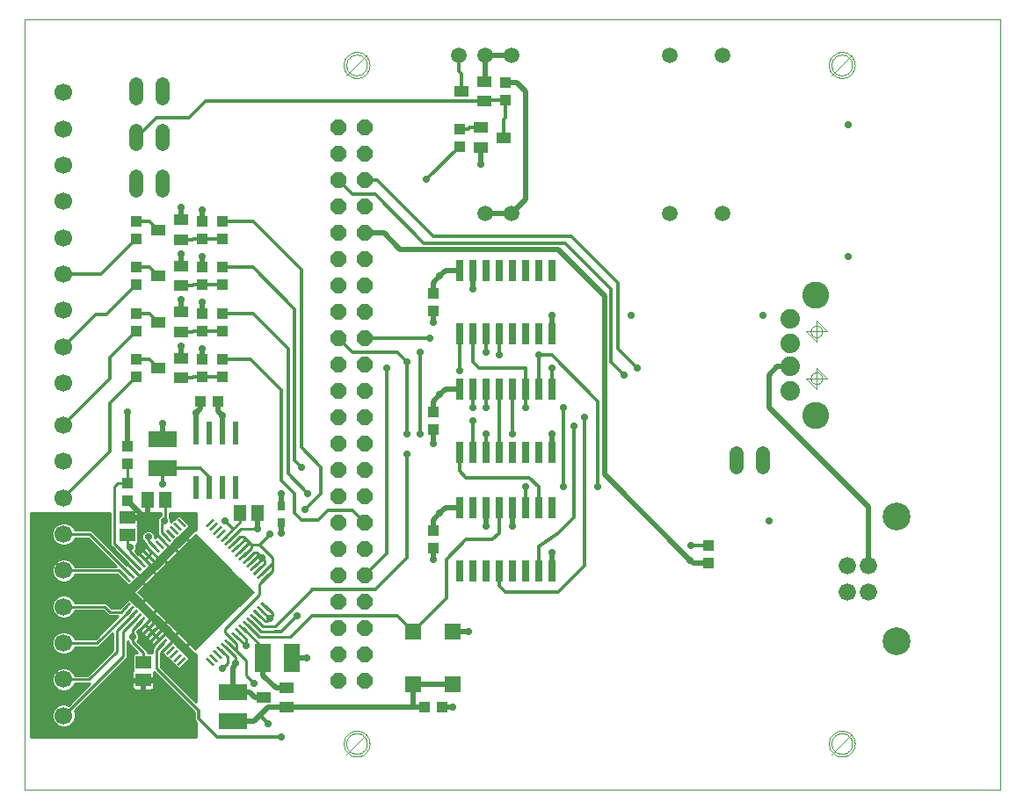
<source format=gtl>
G75*
%MOIN*%
%OFA0B0*%
%FSLAX24Y24*%
%IPPOS*%
%LPD*%
%AMOC8*
5,1,8,0,0,1.08239X$1,22.5*
%
%ADD10C,0.0000*%
%ADD11C,0.0010*%
%ADD12R,0.0260X0.0800*%
%ADD13R,0.0787X0.0787*%
%ADD14R,0.0394X0.0098*%
%ADD15R,0.0630X0.1063*%
%ADD16R,0.1063X0.0630*%
%ADD17R,0.0433X0.0394*%
%ADD18R,0.0591X0.0630*%
%ADD19OC8,0.0591*%
%ADD20R,0.0236X0.0866*%
%ADD21C,0.0660*%
%ADD22C,0.1057*%
%ADD23C,0.0740*%
%ADD24C,0.1024*%
%ADD25C,0.0517*%
%ADD26R,0.0394X0.0433*%
%ADD27R,0.0512X0.0591*%
%ADD28R,0.0591X0.0512*%
%ADD29R,0.0551X0.0394*%
%ADD30C,0.0669*%
%ADD31C,0.0591*%
%ADD32R,0.0276X0.0335*%
%ADD33C,0.0200*%
%ADD34C,0.0276*%
%ADD35C,0.0100*%
%ADD36C,0.0120*%
D10*
X000942Y000150D02*
X000942Y029400D01*
X037942Y029400D01*
X037942Y000150D01*
X000942Y000150D01*
X013050Y001900D02*
X013052Y001944D01*
X013058Y001988D01*
X013068Y002031D01*
X013081Y002073D01*
X013099Y002113D01*
X013120Y002152D01*
X013144Y002189D01*
X013171Y002224D01*
X013202Y002256D01*
X013235Y002285D01*
X013271Y002311D01*
X013309Y002333D01*
X013349Y002352D01*
X013390Y002368D01*
X013433Y002380D01*
X013476Y002388D01*
X013520Y002392D01*
X013564Y002392D01*
X013608Y002388D01*
X013651Y002380D01*
X013694Y002368D01*
X013735Y002352D01*
X013775Y002333D01*
X013813Y002311D01*
X013849Y002285D01*
X013882Y002256D01*
X013913Y002224D01*
X013940Y002189D01*
X013964Y002152D01*
X013985Y002113D01*
X014003Y002073D01*
X014016Y002031D01*
X014026Y001988D01*
X014032Y001944D01*
X014034Y001900D01*
X014032Y001856D01*
X014026Y001812D01*
X014016Y001769D01*
X014003Y001727D01*
X013985Y001687D01*
X013964Y001648D01*
X013940Y001611D01*
X013913Y001576D01*
X013882Y001544D01*
X013849Y001515D01*
X013813Y001489D01*
X013775Y001467D01*
X013735Y001448D01*
X013694Y001432D01*
X013651Y001420D01*
X013608Y001412D01*
X013564Y001408D01*
X013520Y001408D01*
X013476Y001412D01*
X013433Y001420D01*
X013390Y001432D01*
X013349Y001448D01*
X013309Y001467D01*
X013271Y001489D01*
X013235Y001515D01*
X013202Y001544D01*
X013171Y001576D01*
X013144Y001611D01*
X013120Y001648D01*
X013099Y001687D01*
X013081Y001727D01*
X013068Y001769D01*
X013058Y001812D01*
X013052Y001856D01*
X013050Y001900D01*
X031450Y001900D02*
X031452Y001944D01*
X031458Y001988D01*
X031468Y002031D01*
X031481Y002073D01*
X031499Y002113D01*
X031520Y002152D01*
X031544Y002189D01*
X031571Y002224D01*
X031602Y002256D01*
X031635Y002285D01*
X031671Y002311D01*
X031709Y002333D01*
X031749Y002352D01*
X031790Y002368D01*
X031833Y002380D01*
X031876Y002388D01*
X031920Y002392D01*
X031964Y002392D01*
X032008Y002388D01*
X032051Y002380D01*
X032094Y002368D01*
X032135Y002352D01*
X032175Y002333D01*
X032213Y002311D01*
X032249Y002285D01*
X032282Y002256D01*
X032313Y002224D01*
X032340Y002189D01*
X032364Y002152D01*
X032385Y002113D01*
X032403Y002073D01*
X032416Y002031D01*
X032426Y001988D01*
X032432Y001944D01*
X032434Y001900D01*
X032432Y001856D01*
X032426Y001812D01*
X032416Y001769D01*
X032403Y001727D01*
X032385Y001687D01*
X032364Y001648D01*
X032340Y001611D01*
X032313Y001576D01*
X032282Y001544D01*
X032249Y001515D01*
X032213Y001489D01*
X032175Y001467D01*
X032135Y001448D01*
X032094Y001432D01*
X032051Y001420D01*
X032008Y001412D01*
X031964Y001408D01*
X031920Y001408D01*
X031876Y001412D01*
X031833Y001420D01*
X031790Y001432D01*
X031749Y001448D01*
X031709Y001467D01*
X031671Y001489D01*
X031635Y001515D01*
X031602Y001544D01*
X031571Y001576D01*
X031544Y001611D01*
X031520Y001648D01*
X031499Y001687D01*
X031481Y001727D01*
X031468Y001769D01*
X031458Y001812D01*
X031452Y001856D01*
X031450Y001900D01*
X030764Y015764D02*
X030766Y015793D01*
X030772Y015821D01*
X030781Y015849D01*
X030794Y015875D01*
X030811Y015898D01*
X030830Y015920D01*
X030852Y015939D01*
X030877Y015954D01*
X030903Y015967D01*
X030931Y015975D01*
X030959Y015980D01*
X030988Y015981D01*
X031017Y015978D01*
X031045Y015971D01*
X031072Y015961D01*
X031098Y015947D01*
X031121Y015930D01*
X031142Y015910D01*
X031160Y015887D01*
X031175Y015862D01*
X031186Y015835D01*
X031194Y015807D01*
X031198Y015778D01*
X031198Y015750D01*
X031194Y015721D01*
X031186Y015693D01*
X031175Y015666D01*
X031160Y015641D01*
X031142Y015618D01*
X031121Y015598D01*
X031098Y015581D01*
X031072Y015567D01*
X031045Y015557D01*
X031017Y015550D01*
X030988Y015547D01*
X030959Y015548D01*
X030931Y015553D01*
X030903Y015561D01*
X030877Y015574D01*
X030852Y015589D01*
X030830Y015608D01*
X030811Y015630D01*
X030794Y015653D01*
X030781Y015679D01*
X030772Y015707D01*
X030766Y015735D01*
X030764Y015764D01*
X030764Y017536D02*
X030766Y017565D01*
X030772Y017593D01*
X030781Y017621D01*
X030794Y017647D01*
X030811Y017670D01*
X030830Y017692D01*
X030852Y017711D01*
X030877Y017726D01*
X030903Y017739D01*
X030931Y017747D01*
X030959Y017752D01*
X030988Y017753D01*
X031017Y017750D01*
X031045Y017743D01*
X031072Y017733D01*
X031098Y017719D01*
X031121Y017702D01*
X031142Y017682D01*
X031160Y017659D01*
X031175Y017634D01*
X031186Y017607D01*
X031194Y017579D01*
X031198Y017550D01*
X031198Y017522D01*
X031194Y017493D01*
X031186Y017465D01*
X031175Y017438D01*
X031160Y017413D01*
X031142Y017390D01*
X031121Y017370D01*
X031098Y017353D01*
X031072Y017339D01*
X031045Y017329D01*
X031017Y017322D01*
X030988Y017319D01*
X030959Y017320D01*
X030931Y017325D01*
X030903Y017333D01*
X030877Y017346D01*
X030852Y017361D01*
X030830Y017380D01*
X030811Y017402D01*
X030794Y017425D01*
X030781Y017451D01*
X030772Y017479D01*
X030766Y017507D01*
X030764Y017536D01*
X031450Y027650D02*
X031452Y027694D01*
X031458Y027738D01*
X031468Y027781D01*
X031481Y027823D01*
X031499Y027863D01*
X031520Y027902D01*
X031544Y027939D01*
X031571Y027974D01*
X031602Y028006D01*
X031635Y028035D01*
X031671Y028061D01*
X031709Y028083D01*
X031749Y028102D01*
X031790Y028118D01*
X031833Y028130D01*
X031876Y028138D01*
X031920Y028142D01*
X031964Y028142D01*
X032008Y028138D01*
X032051Y028130D01*
X032094Y028118D01*
X032135Y028102D01*
X032175Y028083D01*
X032213Y028061D01*
X032249Y028035D01*
X032282Y028006D01*
X032313Y027974D01*
X032340Y027939D01*
X032364Y027902D01*
X032385Y027863D01*
X032403Y027823D01*
X032416Y027781D01*
X032426Y027738D01*
X032432Y027694D01*
X032434Y027650D01*
X032432Y027606D01*
X032426Y027562D01*
X032416Y027519D01*
X032403Y027477D01*
X032385Y027437D01*
X032364Y027398D01*
X032340Y027361D01*
X032313Y027326D01*
X032282Y027294D01*
X032249Y027265D01*
X032213Y027239D01*
X032175Y027217D01*
X032135Y027198D01*
X032094Y027182D01*
X032051Y027170D01*
X032008Y027162D01*
X031964Y027158D01*
X031920Y027158D01*
X031876Y027162D01*
X031833Y027170D01*
X031790Y027182D01*
X031749Y027198D01*
X031709Y027217D01*
X031671Y027239D01*
X031635Y027265D01*
X031602Y027294D01*
X031571Y027326D01*
X031544Y027361D01*
X031520Y027398D01*
X031499Y027437D01*
X031481Y027477D01*
X031468Y027519D01*
X031458Y027562D01*
X031452Y027606D01*
X031450Y027650D01*
X013050Y027650D02*
X013052Y027694D01*
X013058Y027738D01*
X013068Y027781D01*
X013081Y027823D01*
X013099Y027863D01*
X013120Y027902D01*
X013144Y027939D01*
X013171Y027974D01*
X013202Y028006D01*
X013235Y028035D01*
X013271Y028061D01*
X013309Y028083D01*
X013349Y028102D01*
X013390Y028118D01*
X013433Y028130D01*
X013476Y028138D01*
X013520Y028142D01*
X013564Y028142D01*
X013608Y028138D01*
X013651Y028130D01*
X013694Y028118D01*
X013735Y028102D01*
X013775Y028083D01*
X013813Y028061D01*
X013849Y028035D01*
X013882Y028006D01*
X013913Y027974D01*
X013940Y027939D01*
X013964Y027902D01*
X013985Y027863D01*
X014003Y027823D01*
X014016Y027781D01*
X014026Y027738D01*
X014032Y027694D01*
X014034Y027650D01*
X014032Y027606D01*
X014026Y027562D01*
X014016Y027519D01*
X014003Y027477D01*
X013985Y027437D01*
X013964Y027398D01*
X013940Y027361D01*
X013913Y027326D01*
X013882Y027294D01*
X013849Y027265D01*
X013813Y027239D01*
X013775Y027217D01*
X013735Y027198D01*
X013694Y027182D01*
X013651Y027170D01*
X013608Y027162D01*
X013564Y027158D01*
X013520Y027158D01*
X013476Y027162D01*
X013433Y027170D01*
X013390Y027182D01*
X013349Y027198D01*
X013309Y027217D01*
X013271Y027239D01*
X013235Y027265D01*
X013202Y027294D01*
X013171Y027326D01*
X013144Y027361D01*
X013120Y027398D01*
X013099Y027437D01*
X013081Y027477D01*
X013068Y027519D01*
X013058Y027562D01*
X013052Y027606D01*
X013050Y027650D01*
D11*
X013152Y027650D02*
X013154Y027689D01*
X013160Y027727D01*
X013169Y027765D01*
X013183Y027801D01*
X013199Y027837D01*
X013220Y027870D01*
X013243Y027901D01*
X013270Y027929D01*
X013299Y027955D01*
X013330Y027978D01*
X013364Y027997D01*
X013400Y028013D01*
X013436Y028025D01*
X013474Y028034D01*
X013513Y028039D01*
X013552Y028040D01*
X013590Y028037D01*
X013629Y028030D01*
X013666Y028020D01*
X013702Y028005D01*
X013737Y027988D01*
X013770Y027967D01*
X013800Y027942D01*
X013828Y027915D01*
X013853Y027885D01*
X013875Y027853D01*
X013893Y027819D01*
X013908Y027783D01*
X013920Y027746D01*
X013928Y027708D01*
X013932Y027669D01*
X013932Y027631D01*
X013928Y027592D01*
X013920Y027554D01*
X013908Y027517D01*
X013893Y027481D01*
X013875Y027447D01*
X013853Y027415D01*
X013828Y027385D01*
X013800Y027358D01*
X013770Y027333D01*
X013737Y027312D01*
X013702Y027295D01*
X013666Y027280D01*
X013629Y027270D01*
X013590Y027263D01*
X013552Y027260D01*
X013513Y027261D01*
X013474Y027266D01*
X013436Y027275D01*
X013400Y027287D01*
X013364Y027303D01*
X013330Y027322D01*
X013299Y027345D01*
X013270Y027371D01*
X013243Y027399D01*
X013220Y027430D01*
X013199Y027463D01*
X013183Y027499D01*
X013169Y027535D01*
X013160Y027573D01*
X013154Y027611D01*
X013152Y027650D01*
X013142Y027250D02*
X013942Y028050D01*
X030581Y017536D02*
X031381Y017536D01*
X030981Y017936D01*
X030981Y017136D01*
X030581Y017536D01*
X030581Y015764D02*
X031381Y015764D01*
X030981Y016164D01*
X030981Y015364D01*
X030581Y015764D01*
X031552Y027650D02*
X031554Y027689D01*
X031560Y027727D01*
X031569Y027765D01*
X031583Y027801D01*
X031599Y027837D01*
X031620Y027870D01*
X031643Y027901D01*
X031670Y027929D01*
X031699Y027955D01*
X031730Y027978D01*
X031764Y027997D01*
X031800Y028013D01*
X031836Y028025D01*
X031874Y028034D01*
X031913Y028039D01*
X031952Y028040D01*
X031990Y028037D01*
X032029Y028030D01*
X032066Y028020D01*
X032102Y028005D01*
X032137Y027988D01*
X032170Y027967D01*
X032200Y027942D01*
X032228Y027915D01*
X032253Y027885D01*
X032275Y027853D01*
X032293Y027819D01*
X032308Y027783D01*
X032320Y027746D01*
X032328Y027708D01*
X032332Y027669D01*
X032332Y027631D01*
X032328Y027592D01*
X032320Y027554D01*
X032308Y027517D01*
X032293Y027481D01*
X032275Y027447D01*
X032253Y027415D01*
X032228Y027385D01*
X032200Y027358D01*
X032170Y027333D01*
X032137Y027312D01*
X032102Y027295D01*
X032066Y027280D01*
X032029Y027270D01*
X031990Y027263D01*
X031952Y027260D01*
X031913Y027261D01*
X031874Y027266D01*
X031836Y027275D01*
X031800Y027287D01*
X031764Y027303D01*
X031730Y027322D01*
X031699Y027345D01*
X031670Y027371D01*
X031643Y027399D01*
X031620Y027430D01*
X031599Y027463D01*
X031583Y027499D01*
X031569Y027535D01*
X031560Y027573D01*
X031554Y027611D01*
X031552Y027650D01*
X031542Y027250D02*
X032342Y028050D01*
X031552Y001900D02*
X031554Y001939D01*
X031560Y001977D01*
X031569Y002015D01*
X031583Y002051D01*
X031599Y002087D01*
X031620Y002120D01*
X031643Y002151D01*
X031670Y002179D01*
X031699Y002205D01*
X031730Y002228D01*
X031764Y002247D01*
X031800Y002263D01*
X031836Y002275D01*
X031874Y002284D01*
X031913Y002289D01*
X031952Y002290D01*
X031990Y002287D01*
X032029Y002280D01*
X032066Y002270D01*
X032102Y002255D01*
X032137Y002238D01*
X032170Y002217D01*
X032200Y002192D01*
X032228Y002165D01*
X032253Y002135D01*
X032275Y002103D01*
X032293Y002069D01*
X032308Y002033D01*
X032320Y001996D01*
X032328Y001958D01*
X032332Y001919D01*
X032332Y001881D01*
X032328Y001842D01*
X032320Y001804D01*
X032308Y001767D01*
X032293Y001731D01*
X032275Y001697D01*
X032253Y001665D01*
X032228Y001635D01*
X032200Y001608D01*
X032170Y001583D01*
X032137Y001562D01*
X032102Y001545D01*
X032066Y001530D01*
X032029Y001520D01*
X031990Y001513D01*
X031952Y001510D01*
X031913Y001511D01*
X031874Y001516D01*
X031836Y001525D01*
X031800Y001537D01*
X031764Y001553D01*
X031730Y001572D01*
X031699Y001595D01*
X031670Y001621D01*
X031643Y001649D01*
X031620Y001680D01*
X031599Y001713D01*
X031583Y001749D01*
X031569Y001785D01*
X031560Y001823D01*
X031554Y001861D01*
X031552Y001900D01*
X031542Y001500D02*
X032342Y002300D01*
X013152Y001900D02*
X013154Y001939D01*
X013160Y001977D01*
X013169Y002015D01*
X013183Y002051D01*
X013199Y002087D01*
X013220Y002120D01*
X013243Y002151D01*
X013270Y002179D01*
X013299Y002205D01*
X013330Y002228D01*
X013364Y002247D01*
X013400Y002263D01*
X013436Y002275D01*
X013474Y002284D01*
X013513Y002289D01*
X013552Y002290D01*
X013590Y002287D01*
X013629Y002280D01*
X013666Y002270D01*
X013702Y002255D01*
X013737Y002238D01*
X013770Y002217D01*
X013800Y002192D01*
X013828Y002165D01*
X013853Y002135D01*
X013875Y002103D01*
X013893Y002069D01*
X013908Y002033D01*
X013920Y001996D01*
X013928Y001958D01*
X013932Y001919D01*
X013932Y001881D01*
X013928Y001842D01*
X013920Y001804D01*
X013908Y001767D01*
X013893Y001731D01*
X013875Y001697D01*
X013853Y001665D01*
X013828Y001635D01*
X013800Y001608D01*
X013770Y001583D01*
X013737Y001562D01*
X013702Y001545D01*
X013666Y001530D01*
X013629Y001520D01*
X013590Y001513D01*
X013552Y001510D01*
X013513Y001511D01*
X013474Y001516D01*
X013436Y001525D01*
X013400Y001537D01*
X013364Y001553D01*
X013330Y001572D01*
X013299Y001595D01*
X013270Y001621D01*
X013243Y001649D01*
X013220Y001680D01*
X013199Y001713D01*
X013183Y001749D01*
X013169Y001785D01*
X013160Y001823D01*
X013154Y001861D01*
X013152Y001900D01*
X013142Y001500D02*
X013942Y002300D01*
D12*
X017442Y008440D03*
X017942Y008440D03*
X018442Y008440D03*
X018942Y008440D03*
X019442Y008440D03*
X019942Y008440D03*
X020442Y008440D03*
X020942Y008440D03*
X020942Y010860D03*
X020442Y010860D03*
X019942Y010860D03*
X019442Y010860D03*
X018942Y010860D03*
X018442Y010860D03*
X017942Y010860D03*
X017442Y010860D03*
X017442Y012940D03*
X017942Y012940D03*
X018442Y012940D03*
X018942Y012940D03*
X019442Y012940D03*
X019942Y012940D03*
X020442Y012940D03*
X020942Y012940D03*
X020942Y015360D03*
X020442Y015360D03*
X019942Y015360D03*
X019442Y015360D03*
X018942Y015360D03*
X018442Y015360D03*
X017942Y015360D03*
X017442Y015360D03*
X017442Y017440D03*
X017942Y017440D03*
X018442Y017440D03*
X018942Y017440D03*
X019442Y017440D03*
X019942Y017440D03*
X020442Y017440D03*
X020942Y017440D03*
X020942Y019860D03*
X020442Y019860D03*
X019942Y019860D03*
X019442Y019860D03*
X018942Y019860D03*
X018442Y019860D03*
X017942Y019860D03*
X017442Y019860D03*
D13*
G36*
X007997Y009320D02*
X007442Y008765D01*
X006887Y009320D01*
X007442Y009875D01*
X007997Y009320D01*
G37*
G36*
X008414Y008903D02*
X007859Y008348D01*
X007304Y008903D01*
X007859Y009458D01*
X008414Y008903D01*
G37*
G36*
X008832Y008485D02*
X008277Y007930D01*
X007722Y008485D01*
X008277Y009040D01*
X008832Y008485D01*
G37*
G36*
X009249Y008068D02*
X008694Y007513D01*
X008139Y008068D01*
X008694Y008623D01*
X009249Y008068D01*
G37*
G36*
X009667Y007650D02*
X009112Y007095D01*
X008557Y007650D01*
X009112Y008205D01*
X009667Y007650D01*
G37*
G36*
X009249Y007232D02*
X008694Y006677D01*
X008139Y007232D01*
X008694Y007787D01*
X009249Y007232D01*
G37*
G36*
X008832Y006815D02*
X008277Y006260D01*
X007722Y006815D01*
X008277Y007370D01*
X008832Y006815D01*
G37*
G36*
X008414Y007232D02*
X007859Y006677D01*
X007304Y007232D01*
X007859Y007787D01*
X008414Y007232D01*
G37*
G36*
X008832Y007650D02*
X008277Y007095D01*
X007722Y007650D01*
X008277Y008205D01*
X008832Y007650D01*
G37*
G36*
X008414Y008068D02*
X007859Y007513D01*
X007304Y008068D01*
X007859Y008623D01*
X008414Y008068D01*
G37*
G36*
X007997Y008485D02*
X007442Y007930D01*
X006887Y008485D01*
X007442Y009040D01*
X007997Y008485D01*
G37*
G36*
X007579Y008068D02*
X007024Y007513D01*
X006469Y008068D01*
X007024Y008623D01*
X007579Y008068D01*
G37*
G36*
X007997Y007650D02*
X007442Y007095D01*
X006887Y007650D01*
X007442Y008205D01*
X007997Y007650D01*
G37*
G36*
X007579Y007232D02*
X007024Y006677D01*
X006469Y007232D01*
X007024Y007787D01*
X007579Y007232D01*
G37*
G36*
X007997Y006815D02*
X007442Y006260D01*
X006887Y006815D01*
X007442Y007370D01*
X007997Y006815D01*
G37*
G36*
X008414Y006397D02*
X007859Y005842D01*
X007304Y006397D01*
X007859Y006952D01*
X008414Y006397D01*
G37*
G36*
X007997Y005980D02*
X007442Y005425D01*
X006887Y005980D01*
X007442Y006535D01*
X007997Y005980D01*
G37*
G36*
X007579Y006397D02*
X007024Y005842D01*
X006469Y006397D01*
X007024Y006952D01*
X007579Y006397D01*
G37*
G36*
X007161Y006815D02*
X006606Y006260D01*
X006051Y006815D01*
X006606Y007370D01*
X007161Y006815D01*
G37*
G36*
X006744Y007232D02*
X006189Y006677D01*
X005634Y007232D01*
X006189Y007787D01*
X006744Y007232D01*
G37*
G36*
X007161Y007650D02*
X006606Y007095D01*
X006051Y007650D01*
X006606Y008205D01*
X007161Y007650D01*
G37*
G36*
X006744Y008068D02*
X006189Y007513D01*
X005634Y008068D01*
X006189Y008623D01*
X006744Y008068D01*
G37*
G36*
X007161Y008485D02*
X006606Y007930D01*
X006051Y008485D01*
X006606Y009040D01*
X007161Y008485D01*
G37*
G36*
X007579Y008903D02*
X007024Y008348D01*
X006469Y008903D01*
X007024Y009458D01*
X007579Y008903D01*
G37*
G36*
X006326Y007650D02*
X005771Y007095D01*
X005216Y007650D01*
X005771Y008205D01*
X006326Y007650D01*
G37*
D14*
G36*
X005401Y006794D02*
X005124Y006517D01*
X005055Y006586D01*
X005332Y006863D01*
X005401Y006794D01*
G37*
G36*
X005541Y006654D02*
X005264Y006377D01*
X005195Y006446D01*
X005472Y006723D01*
X005541Y006654D01*
G37*
G36*
X005680Y006515D02*
X005403Y006238D01*
X005334Y006307D01*
X005611Y006584D01*
X005680Y006515D01*
G37*
G36*
X005819Y006376D02*
X005542Y006099D01*
X005473Y006168D01*
X005750Y006445D01*
X005819Y006376D01*
G37*
G36*
X005958Y006237D02*
X005681Y005960D01*
X005612Y006029D01*
X005889Y006306D01*
X005958Y006237D01*
G37*
G36*
X006097Y006098D02*
X005820Y005821D01*
X005751Y005890D01*
X006028Y006167D01*
X006097Y006098D01*
G37*
G36*
X006237Y005958D02*
X005960Y005681D01*
X005891Y005750D01*
X006168Y006027D01*
X006237Y005958D01*
G37*
G36*
X006376Y005819D02*
X006099Y005542D01*
X006030Y005611D01*
X006307Y005888D01*
X006376Y005819D01*
G37*
G36*
X006515Y005680D02*
X006238Y005403D01*
X006169Y005472D01*
X006446Y005749D01*
X006515Y005680D01*
G37*
G36*
X006654Y005541D02*
X006377Y005264D01*
X006308Y005333D01*
X006585Y005610D01*
X006654Y005541D01*
G37*
G36*
X006793Y005402D02*
X006516Y005125D01*
X006447Y005194D01*
X006724Y005471D01*
X006793Y005402D01*
G37*
G36*
X006933Y005262D02*
X006656Y004985D01*
X006587Y005054D01*
X006864Y005331D01*
X006933Y005262D01*
G37*
G36*
X007072Y005123D02*
X006795Y004846D01*
X006726Y004915D01*
X007003Y005192D01*
X007072Y005123D01*
G37*
G36*
X007881Y005192D02*
X008158Y004915D01*
X008089Y004846D01*
X007812Y005123D01*
X007881Y005192D01*
G37*
G36*
X008020Y005331D02*
X008297Y005054D01*
X008228Y004985D01*
X007951Y005262D01*
X008020Y005331D01*
G37*
G36*
X008159Y005471D02*
X008436Y005194D01*
X008367Y005125D01*
X008090Y005402D01*
X008159Y005471D01*
G37*
G36*
X008298Y005610D02*
X008575Y005333D01*
X008506Y005264D01*
X008229Y005541D01*
X008298Y005610D01*
G37*
G36*
X008437Y005749D02*
X008714Y005472D01*
X008645Y005403D01*
X008368Y005680D01*
X008437Y005749D01*
G37*
G36*
X008576Y005888D02*
X008853Y005611D01*
X008784Y005542D01*
X008507Y005819D01*
X008576Y005888D01*
G37*
G36*
X008716Y006027D02*
X008993Y005750D01*
X008924Y005681D01*
X008647Y005958D01*
X008716Y006027D01*
G37*
G36*
X008855Y006167D02*
X009132Y005890D01*
X009063Y005821D01*
X008786Y006098D01*
X008855Y006167D01*
G37*
G36*
X008994Y006306D02*
X009271Y006029D01*
X009202Y005960D01*
X008925Y006237D01*
X008994Y006306D01*
G37*
G36*
X009133Y006445D02*
X009410Y006168D01*
X009341Y006099D01*
X009064Y006376D01*
X009133Y006445D01*
G37*
G36*
X009272Y006584D02*
X009549Y006307D01*
X009480Y006238D01*
X009203Y006515D01*
X009272Y006584D01*
G37*
G36*
X009412Y006723D02*
X009689Y006446D01*
X009620Y006377D01*
X009343Y006654D01*
X009412Y006723D01*
G37*
G36*
X009551Y006863D02*
X009828Y006586D01*
X009759Y006517D01*
X009482Y006794D01*
X009551Y006863D01*
G37*
G36*
X009690Y007002D02*
X009967Y006725D01*
X009898Y006656D01*
X009621Y006933D01*
X009690Y007002D01*
G37*
G36*
X009829Y007141D02*
X010106Y006864D01*
X010037Y006795D01*
X009760Y007072D01*
X009829Y007141D01*
G37*
G36*
X009968Y007280D02*
X010245Y007003D01*
X010176Y006934D01*
X009899Y007211D01*
X009968Y007280D01*
G37*
G36*
X009899Y008089D02*
X010176Y008366D01*
X010245Y008297D01*
X009968Y008020D01*
X009899Y008089D01*
G37*
G36*
X009760Y008228D02*
X010037Y008505D01*
X010106Y008436D01*
X009829Y008159D01*
X009760Y008228D01*
G37*
G36*
X009621Y008367D02*
X009898Y008644D01*
X009967Y008575D01*
X009690Y008298D01*
X009621Y008367D01*
G37*
G36*
X009482Y008506D02*
X009759Y008783D01*
X009828Y008714D01*
X009551Y008437D01*
X009482Y008506D01*
G37*
G36*
X009343Y008646D02*
X009620Y008923D01*
X009689Y008854D01*
X009412Y008577D01*
X009343Y008646D01*
G37*
G36*
X009203Y008785D02*
X009480Y009062D01*
X009549Y008993D01*
X009272Y008716D01*
X009203Y008785D01*
G37*
G36*
X009064Y008924D02*
X009341Y009201D01*
X009410Y009132D01*
X009133Y008855D01*
X009064Y008924D01*
G37*
G36*
X008925Y009063D02*
X009202Y009340D01*
X009271Y009271D01*
X008994Y008994D01*
X008925Y009063D01*
G37*
G36*
X008786Y009202D02*
X009063Y009479D01*
X009132Y009410D01*
X008855Y009133D01*
X008786Y009202D01*
G37*
G36*
X008647Y009342D02*
X008924Y009619D01*
X008993Y009550D01*
X008716Y009273D01*
X008647Y009342D01*
G37*
G36*
X008507Y009481D02*
X008784Y009758D01*
X008853Y009689D01*
X008576Y009412D01*
X008507Y009481D01*
G37*
G36*
X008368Y009620D02*
X008645Y009897D01*
X008714Y009828D01*
X008437Y009551D01*
X008368Y009620D01*
G37*
G36*
X008229Y009759D02*
X008506Y010036D01*
X008575Y009967D01*
X008298Y009690D01*
X008229Y009759D01*
G37*
G36*
X008090Y009898D02*
X008367Y010175D01*
X008436Y010106D01*
X008159Y009829D01*
X008090Y009898D01*
G37*
G36*
X007951Y010038D02*
X008228Y010315D01*
X008297Y010246D01*
X008020Y009969D01*
X007951Y010038D01*
G37*
G36*
X007812Y010177D02*
X008089Y010454D01*
X008158Y010385D01*
X007881Y010108D01*
X007812Y010177D01*
G37*
G36*
X007003Y010108D02*
X006726Y010385D01*
X006795Y010454D01*
X007072Y010177D01*
X007003Y010108D01*
G37*
G36*
X006864Y009969D02*
X006587Y010246D01*
X006656Y010315D01*
X006933Y010038D01*
X006864Y009969D01*
G37*
G36*
X006724Y009829D02*
X006447Y010106D01*
X006516Y010175D01*
X006793Y009898D01*
X006724Y009829D01*
G37*
G36*
X006585Y009690D02*
X006308Y009967D01*
X006377Y010036D01*
X006654Y009759D01*
X006585Y009690D01*
G37*
G36*
X006446Y009551D02*
X006169Y009828D01*
X006238Y009897D01*
X006515Y009620D01*
X006446Y009551D01*
G37*
G36*
X006307Y009412D02*
X006030Y009689D01*
X006099Y009758D01*
X006376Y009481D01*
X006307Y009412D01*
G37*
G36*
X006168Y009273D02*
X005891Y009550D01*
X005960Y009619D01*
X006237Y009342D01*
X006168Y009273D01*
G37*
G36*
X006028Y009133D02*
X005751Y009410D01*
X005820Y009479D01*
X006097Y009202D01*
X006028Y009133D01*
G37*
G36*
X005889Y008994D02*
X005612Y009271D01*
X005681Y009340D01*
X005958Y009063D01*
X005889Y008994D01*
G37*
G36*
X005750Y008855D02*
X005473Y009132D01*
X005542Y009201D01*
X005819Y008924D01*
X005750Y008855D01*
G37*
G36*
X005611Y008716D02*
X005334Y008993D01*
X005403Y009062D01*
X005680Y008785D01*
X005611Y008716D01*
G37*
G36*
X005472Y008577D02*
X005195Y008854D01*
X005264Y008923D01*
X005541Y008646D01*
X005472Y008577D01*
G37*
G36*
X005332Y008437D02*
X005055Y008714D01*
X005124Y008783D01*
X005401Y008506D01*
X005332Y008437D01*
G37*
G36*
X005193Y008298D02*
X004916Y008575D01*
X004985Y008644D01*
X005262Y008367D01*
X005193Y008298D01*
G37*
G36*
X005054Y008159D02*
X004777Y008436D01*
X004846Y008505D01*
X005123Y008228D01*
X005054Y008159D01*
G37*
G36*
X004915Y008020D02*
X004638Y008297D01*
X004707Y008366D01*
X004984Y008089D01*
X004915Y008020D01*
G37*
G36*
X004984Y007211D02*
X004707Y006934D01*
X004638Y007003D01*
X004915Y007280D01*
X004984Y007211D01*
G37*
G36*
X005123Y007072D02*
X004846Y006795D01*
X004777Y006864D01*
X005054Y007141D01*
X005123Y007072D01*
G37*
G36*
X005262Y006933D02*
X004985Y006656D01*
X004916Y006725D01*
X005193Y007002D01*
X005262Y006933D01*
G37*
D15*
X009990Y005150D03*
X011093Y005150D03*
D16*
X008842Y003851D03*
X008842Y002749D03*
X006192Y012349D03*
X006192Y013451D03*
D17*
X004842Y013185D03*
X004842Y012515D03*
X004842Y011785D03*
X004842Y011115D03*
X007607Y014900D03*
X008276Y014900D03*
X008442Y015815D03*
X007692Y015815D03*
X007692Y016485D03*
X008442Y016485D03*
X008442Y017565D03*
X007692Y017565D03*
X007692Y018235D03*
X008442Y018235D03*
X008442Y019315D03*
X007692Y019315D03*
X007692Y019985D03*
X008442Y019985D03*
X008442Y021065D03*
X007692Y021065D03*
X007692Y021735D03*
X008442Y021735D03*
X005192Y021735D03*
X005192Y021065D03*
X005192Y019985D03*
X005192Y019315D03*
X005192Y018235D03*
X005192Y017565D03*
X005192Y016485D03*
X005192Y015815D03*
X017442Y024565D03*
X017442Y025235D03*
X019192Y026315D03*
X019192Y026985D03*
X026872Y009420D03*
X026872Y008750D03*
X016776Y003300D03*
X016107Y003300D03*
D18*
X015694Y004146D03*
X017190Y004146D03*
X017190Y006154D03*
X015694Y006154D03*
D19*
X013842Y006275D03*
X013842Y007275D03*
X013842Y008275D03*
X012842Y008275D03*
X012842Y007275D03*
X012842Y006275D03*
X012842Y005275D03*
X013842Y005275D03*
X013842Y004275D03*
X012842Y004275D03*
X012842Y009275D03*
X013842Y009275D03*
X013842Y010275D03*
X013842Y011275D03*
X012842Y011275D03*
X012842Y010275D03*
X012842Y012275D03*
X013842Y012275D03*
X013842Y013275D03*
X012842Y013275D03*
X012842Y014275D03*
X013842Y014275D03*
X013842Y015275D03*
X013842Y016275D03*
X012842Y016275D03*
X012842Y015275D03*
X012842Y017275D03*
X013842Y017275D03*
X013842Y018275D03*
X013842Y019275D03*
X012842Y019275D03*
X012842Y018275D03*
X012842Y020275D03*
X013842Y020275D03*
X013842Y021275D03*
X012842Y021275D03*
X012842Y022275D03*
X013842Y022275D03*
X013842Y023275D03*
X013842Y024275D03*
X012842Y024275D03*
X012842Y023275D03*
X012842Y025275D03*
X013842Y025275D03*
D20*
X008942Y013674D03*
X008442Y013674D03*
X007942Y013674D03*
X007442Y013674D03*
X007442Y011626D03*
X007942Y011626D03*
X008442Y011626D03*
X008942Y011626D03*
D21*
X032162Y008642D03*
X032942Y008642D03*
X032942Y007658D03*
X032162Y007658D03*
D22*
X034012Y005780D03*
X034012Y010520D03*
D23*
X029997Y015272D03*
X029997Y016206D03*
X029997Y017094D03*
X029997Y018028D03*
D24*
X030942Y018933D03*
X030942Y014367D03*
D25*
X028942Y012909D02*
X028942Y012391D01*
X027942Y012391D02*
X027942Y012909D01*
X006192Y022891D02*
X006192Y023409D01*
X005192Y023409D02*
X005192Y022891D01*
X005192Y024641D02*
X005192Y025159D01*
X006192Y025159D02*
X006192Y024641D01*
X006192Y026391D02*
X006192Y026909D01*
X005192Y026909D02*
X005192Y026391D01*
D26*
X016442Y018985D03*
X016442Y018315D03*
X016442Y014485D03*
X016442Y013815D03*
X016442Y009985D03*
X016442Y009315D03*
D27*
X009776Y010650D03*
X009107Y010650D03*
X006276Y011150D03*
X005607Y011150D03*
D28*
X004842Y010485D03*
X004842Y009815D03*
X005442Y004985D03*
X005442Y004315D03*
D29*
X010009Y003650D03*
X010875Y003276D03*
X010875Y004024D03*
X006875Y015776D03*
X006875Y016524D03*
X006009Y016150D03*
X006875Y017526D03*
X006875Y018274D03*
X006009Y017900D03*
X006875Y019276D03*
X006009Y019650D03*
X006875Y020024D03*
X006875Y021026D03*
X006009Y021400D03*
X006875Y021774D03*
X017509Y026650D03*
X018375Y027024D03*
X018375Y026276D03*
X018259Y025274D03*
X019125Y024900D03*
X018259Y024526D03*
D30*
X002431Y023849D03*
X002431Y022471D03*
X002431Y021093D03*
X002431Y019715D03*
X002431Y018337D03*
X002431Y016959D03*
X002431Y015582D03*
X002431Y013985D03*
X002431Y012607D03*
X002431Y011229D03*
X002431Y009851D03*
X002431Y008473D03*
X002431Y007095D03*
X002431Y005717D03*
X002431Y004339D03*
X002431Y002962D03*
X002431Y025227D03*
X002431Y026605D03*
D31*
X017430Y028028D03*
X018430Y028028D03*
X019430Y028028D03*
X025430Y028028D03*
X027430Y028028D03*
X027430Y022028D03*
X025430Y022028D03*
X019430Y022028D03*
X018430Y022028D03*
D32*
X010692Y010926D03*
X010692Y010296D03*
D33*
X010692Y009900D01*
X009776Y010065D02*
X009776Y010650D01*
X010692Y010926D02*
X010692Y011400D01*
X008442Y013674D02*
X008442Y014350D01*
X008276Y014515D01*
X008276Y014900D01*
X007607Y014900D02*
X007607Y014615D01*
X007442Y014450D01*
X007442Y013674D01*
X006192Y013451D02*
X006192Y014050D01*
X004842Y014500D02*
X004842Y013185D01*
X004842Y011115D02*
X005472Y010485D01*
X005607Y010485D01*
X005607Y011150D01*
X005607Y010485D02*
X004842Y010485D01*
X009990Y005150D02*
X009990Y004501D01*
X010468Y004024D01*
X010875Y004024D01*
X010875Y003276D02*
X010168Y003276D01*
X009867Y002975D01*
X009640Y002749D01*
X008842Y002749D01*
X008842Y003851D02*
X009490Y003851D01*
X009692Y003650D01*
X010009Y003650D01*
X010875Y003276D02*
X013818Y003276D01*
X013842Y003300D01*
X015692Y003300D01*
X015692Y004144D01*
X015694Y004146D01*
X017190Y004146D01*
X017194Y004150D01*
X017192Y003300D02*
X016776Y003300D01*
X016107Y003300D02*
X015692Y003300D01*
X017190Y006150D02*
X017792Y006150D01*
X017190Y006154D02*
X017190Y006150D01*
X016442Y008900D02*
X016442Y009315D01*
X016442Y009985D02*
X016442Y010400D01*
X016692Y010650D01*
X016902Y010860D01*
X017442Y010860D01*
X018442Y010860D02*
X018442Y010150D01*
X019442Y010150D02*
X019442Y010860D01*
X020942Y009150D02*
X020942Y008440D01*
X022942Y012113D02*
X022942Y018900D01*
X021192Y020650D01*
X015192Y020650D01*
X014567Y021275D01*
X013842Y021275D01*
X016442Y019400D02*
X016692Y019650D01*
X016902Y019860D01*
X017442Y019860D01*
X017942Y019860D02*
X017942Y019150D01*
X016442Y018985D02*
X016442Y019400D01*
X016442Y018315D02*
X016442Y017900D01*
X016902Y015360D02*
X016692Y015150D01*
X016442Y014900D01*
X016442Y014485D01*
X016442Y013815D02*
X016442Y013300D01*
X016902Y015360D02*
X017442Y015360D01*
X020942Y013650D02*
X020942Y012940D01*
X022942Y012113D02*
X026192Y008863D01*
X026304Y008750D01*
X026872Y008750D01*
X032942Y008642D02*
X032942Y010900D01*
X029192Y014650D01*
X029192Y015900D01*
X029498Y016206D01*
X029997Y016206D01*
X020942Y017440D02*
X020942Y018150D01*
X019430Y022028D02*
X018430Y022028D01*
X019430Y022028D02*
X019942Y022540D01*
X019942Y026650D01*
X019607Y026985D01*
X019192Y026985D01*
X018430Y027079D02*
X018430Y028028D01*
X019430Y028028D01*
X018430Y027079D02*
X018375Y027024D01*
X018259Y024526D02*
X018259Y023900D01*
X007692Y022150D02*
X007692Y021735D01*
X006875Y021774D02*
X006875Y022250D01*
X006875Y020500D02*
X006875Y020024D01*
X007692Y019985D02*
X007692Y020400D01*
X006875Y018750D02*
X006875Y018274D01*
X007692Y018235D02*
X007692Y018650D01*
X006875Y017000D02*
X006875Y016524D01*
X007692Y016485D02*
X007692Y016900D01*
X011093Y005150D02*
X011642Y005150D01*
X008942Y004950D02*
X008842Y004750D01*
X008842Y003851D01*
X005942Y004315D02*
X005442Y004315D01*
D34*
X005942Y004315D03*
X006342Y004850D03*
X005642Y005550D03*
X005042Y005950D03*
X003942Y005400D03*
X003442Y004900D03*
X002942Y004650D03*
X003192Y005400D03*
X003092Y006150D03*
X003592Y006150D03*
X003592Y006650D03*
X003092Y006650D03*
X003192Y007500D03*
X003692Y007500D03*
X004192Y007500D03*
X004692Y007750D03*
X004192Y008050D03*
X003692Y008050D03*
X003192Y008050D03*
X003192Y008900D03*
X003692Y008900D03*
X003442Y009400D03*
X002942Y009400D03*
X004042Y009750D03*
X003942Y010400D03*
X003442Y010400D03*
X002942Y010400D03*
X001942Y010400D03*
X001942Y009400D03*
X001942Y008900D03*
X001942Y007650D03*
X001942Y006650D03*
X001942Y006150D03*
X001942Y004900D03*
X001942Y003900D03*
X001942Y003400D03*
X001942Y002400D03*
X003192Y002400D03*
X003192Y003150D03*
X003692Y003650D03*
X004192Y004150D03*
X004692Y004650D03*
X008442Y004750D03*
X008942Y004950D03*
X009342Y005611D03*
X010242Y006650D03*
X011292Y006750D03*
X011642Y005150D03*
X009642Y004200D03*
X010192Y002650D03*
X010692Y002150D03*
X017192Y003300D03*
X017792Y006150D03*
X016442Y008900D03*
X018442Y010150D03*
X019442Y010150D03*
X020942Y009150D03*
X021392Y011650D03*
X019942Y011650D03*
X019442Y013650D03*
X018442Y013650D03*
X017942Y014150D03*
X017942Y014650D03*
X018442Y014650D03*
X019942Y014650D03*
X020942Y013650D03*
X021792Y013950D03*
X022192Y014300D03*
X021392Y014650D03*
X020942Y016150D03*
X020442Y016650D03*
X018942Y016650D03*
X018442Y016750D03*
X017442Y016050D03*
X016692Y015150D03*
X015442Y016400D03*
X015942Y016750D03*
X016317Y017275D03*
X016442Y017900D03*
X017942Y019150D03*
X016692Y019650D03*
X020942Y018150D03*
X023942Y018150D03*
X024192Y016150D03*
X023692Y015900D03*
X028942Y018150D03*
X032192Y020400D03*
X032192Y025400D03*
X018259Y023900D03*
X016192Y023315D03*
X007692Y022150D03*
X006875Y022250D03*
X006875Y020500D03*
X007692Y020400D03*
X006875Y018750D03*
X007692Y018650D03*
X006875Y017000D03*
X007692Y016900D03*
X007442Y014450D03*
X008442Y014350D03*
X006192Y014050D03*
X004842Y014500D03*
X006192Y011750D03*
X005607Y010485D03*
X006242Y010350D03*
X005642Y009750D03*
X004942Y009350D03*
X008542Y010350D03*
X009776Y010065D03*
X010242Y009850D03*
X010692Y009900D03*
X009942Y008950D03*
X011592Y010800D03*
X011692Y011400D03*
X010692Y011400D03*
X011442Y012400D03*
X015442Y012900D03*
X016442Y013300D03*
X015942Y013650D03*
X015442Y013650D03*
X014692Y016150D03*
X016692Y010650D03*
X022692Y011650D03*
X026211Y009420D03*
X026192Y008863D03*
X029192Y010363D03*
D35*
X011842Y007750D02*
X010442Y006350D01*
X009994Y006350D01*
X009655Y006690D01*
X009794Y006829D02*
X010073Y006550D01*
X010142Y006550D01*
X010242Y006650D01*
X010242Y006660D01*
X009933Y006968D01*
X010072Y007107D02*
X010342Y006838D01*
X010342Y006750D01*
X010242Y006650D01*
X010442Y006150D02*
X009916Y006150D01*
X009516Y006550D01*
X009376Y006411D02*
X009838Y005950D01*
X011042Y005950D01*
X009990Y005519D02*
X009990Y005150D01*
X009990Y005519D02*
X009237Y006272D01*
X009098Y006133D02*
X009342Y005889D01*
X009342Y005611D01*
X008959Y005994D01*
X008820Y005854D02*
X008542Y006132D01*
X008542Y006250D01*
X009842Y007550D01*
X009842Y007962D01*
X010072Y008193D01*
X010342Y008462D01*
X010342Y008740D01*
X010342Y008950D01*
X009842Y009450D01*
X010242Y009850D01*
X009776Y010065D02*
X009161Y010065D01*
X008680Y009585D01*
X008541Y009724D02*
X008854Y010037D01*
X008542Y010350D01*
X008854Y010037D02*
X009107Y010290D01*
X009107Y010650D01*
X009124Y009750D02*
X009242Y009750D01*
X009342Y009650D01*
X009302Y009650D01*
X008959Y009306D01*
X009098Y009167D02*
X009442Y009511D01*
X009442Y009550D01*
X009542Y009450D01*
X009842Y009450D01*
X009542Y009450D02*
X009542Y009332D01*
X009237Y009028D01*
X009376Y008889D02*
X009638Y009150D01*
X009742Y009150D01*
X009842Y009050D01*
X009816Y009050D01*
X009516Y008750D01*
X009655Y008610D02*
X009942Y008897D01*
X009942Y008950D01*
X010042Y008850D01*
X010042Y008719D01*
X009794Y008471D01*
X009933Y008332D02*
X010342Y008740D01*
X009942Y008950D02*
X009842Y009050D01*
X009442Y009550D02*
X009342Y009650D01*
X009124Y009750D02*
X008820Y009446D01*
X007442Y009320D02*
X007442Y009320D01*
X007394Y009272D01*
X007394Y009272D01*
X007239Y009118D01*
X007393Y009272D01*
X007442Y009320D01*
X007442Y009320D01*
X007072Y009690D01*
X007442Y009320D01*
X007432Y009311D02*
X007432Y009311D01*
X007393Y009272D02*
X007393Y009272D01*
X007333Y009212D02*
X007333Y009212D01*
X007239Y009118D02*
X007072Y008951D01*
X007072Y008951D01*
X007024Y008903D01*
X007024Y008903D01*
X006655Y009272D01*
X006782Y009399D01*
X006782Y009399D01*
X007072Y009690D01*
X007363Y009980D01*
X007392Y009997D01*
X007425Y010006D01*
X007442Y010006D01*
X007442Y010650D01*
X006435Y010650D01*
X006435Y010505D01*
X006451Y010490D01*
X006489Y010399D01*
X006489Y010303D01*
X006610Y010425D01*
X006616Y010425D01*
X006616Y010430D01*
X006749Y010564D01*
X006840Y010564D01*
X007182Y010222D01*
X007182Y010131D01*
X007048Y009998D01*
X007043Y009998D01*
X007043Y009992D01*
X006909Y009859D01*
X006903Y009859D01*
X006903Y009853D01*
X006770Y009719D01*
X006764Y009719D01*
X006764Y009714D01*
X006631Y009580D01*
X006625Y009580D01*
X006625Y009574D01*
X006502Y009452D01*
X006497Y009431D01*
X006480Y009401D01*
X006433Y009355D01*
X006203Y009585D01*
X006203Y009585D01*
X005973Y009815D01*
X005999Y009842D01*
X005983Y009858D01*
X005983Y010316D01*
X005995Y010328D01*
X005995Y010399D01*
X006032Y010490D01*
X006102Y010559D01*
X006117Y010566D01*
X006117Y010650D01*
X005266Y010650D01*
X005266Y010535D01*
X004892Y010535D01*
X004892Y010435D01*
X005266Y010435D01*
X005266Y010212D01*
X005257Y010179D01*
X005240Y010150D01*
X005226Y010136D01*
X005246Y010116D01*
X005246Y009514D01*
X005182Y009450D01*
X005167Y009450D01*
X005189Y009399D01*
X005189Y009301D01*
X005151Y009210D01*
X005142Y009201D01*
X005250Y009092D01*
X005277Y009119D01*
X005507Y008889D01*
X005581Y008963D01*
X005507Y008889D01*
X005507Y008889D01*
X005507Y008889D01*
X005737Y008659D01*
X005784Y008705D01*
X005801Y008734D01*
X005830Y008751D01*
X005876Y008798D01*
X005646Y009028D01*
X005646Y009028D01*
X005581Y008963D01*
X005646Y009028D01*
X005416Y009258D01*
X005369Y009211D01*
X005352Y009183D01*
X005323Y009166D01*
X005277Y009119D01*
X005507Y008889D01*
X005507Y008889D01*
X005742Y008654D01*
X005742Y008550D01*
X005442Y008250D01*
X005311Y008250D01*
X005089Y008471D01*
X004859Y008701D01*
X004832Y008675D01*
X003590Y009917D01*
X003497Y010010D01*
X002845Y010010D01*
X002807Y010103D01*
X002682Y010227D01*
X002519Y010295D01*
X002343Y010295D01*
X002180Y010227D01*
X002055Y010103D01*
X001987Y009940D01*
X001987Y009763D01*
X002055Y009600D01*
X002180Y009475D01*
X002343Y009408D01*
X002519Y009408D01*
X002682Y009475D01*
X002807Y009600D01*
X002845Y009692D01*
X003365Y009692D01*
X004425Y008632D01*
X002845Y008632D01*
X002807Y008725D01*
X002682Y008849D01*
X002519Y008917D01*
X002343Y008917D01*
X002180Y008849D01*
X002055Y008725D01*
X001987Y008562D01*
X001987Y008385D01*
X002055Y008222D01*
X002180Y008097D01*
X002343Y008030D01*
X002519Y008030D01*
X002682Y008097D01*
X002807Y008222D01*
X002845Y008314D01*
X004465Y008314D01*
X004745Y008034D01*
X004746Y008034D01*
X004870Y007910D01*
X004960Y007910D01*
X005094Y008043D01*
X005094Y008049D01*
X005100Y008049D01*
X005222Y008172D01*
X005243Y008177D01*
X005273Y008194D01*
X005320Y008241D01*
X005366Y008288D01*
X005383Y008317D01*
X005389Y008338D01*
X005512Y008461D01*
X005512Y008467D01*
X005517Y008467D01*
X005640Y008589D01*
X005661Y008595D01*
X005690Y008612D01*
X005737Y008659D01*
X005507Y008889D01*
X005242Y009154D01*
X005242Y009350D01*
X005292Y009400D01*
X005342Y009450D01*
X005342Y009919D01*
X005607Y010185D01*
X005607Y010485D01*
X005607Y010185D02*
X006203Y009589D01*
X006203Y009585D01*
X006203Y009585D01*
X005973Y009815D01*
X005926Y009768D01*
X005909Y009739D01*
X005903Y009718D01*
X005889Y009703D01*
X005889Y009799D01*
X005851Y009890D01*
X005781Y009959D01*
X005691Y009997D01*
X005593Y009997D01*
X005502Y009959D01*
X005432Y009890D01*
X005395Y009799D01*
X005395Y009701D01*
X005432Y009610D01*
X005483Y009560D01*
X005483Y009523D01*
X005576Y009430D01*
X005582Y009424D01*
X005555Y009397D01*
X005508Y009351D01*
X005492Y009322D01*
X005463Y009305D01*
X005416Y009258D01*
X005646Y009028D01*
X005646Y009028D01*
X005646Y009028D01*
X005292Y009382D01*
X005292Y009400D01*
X005342Y009450D02*
X005402Y009511D01*
X005442Y009511D01*
X005785Y009167D01*
X005720Y009102D01*
X005646Y009028D01*
X005646Y009028D01*
X005876Y008798D01*
X005923Y008845D01*
X005940Y008874D01*
X005969Y008890D01*
X006015Y008937D01*
X005785Y009167D01*
X005785Y009167D01*
X005720Y009102D01*
X005646Y009028D01*
X005633Y009015D02*
X005633Y009015D01*
X005659Y009015D02*
X005659Y009015D01*
X005732Y009114D02*
X005732Y009114D01*
X005785Y009167D02*
X005555Y009397D01*
X005785Y009167D01*
X005785Y009167D01*
X005785Y009167D01*
X006015Y008937D01*
X006062Y008984D01*
X006079Y009013D01*
X006085Y009034D01*
X006207Y009157D01*
X006207Y009163D01*
X006213Y009163D01*
X006336Y009285D01*
X006357Y009291D01*
X006386Y009308D01*
X006433Y009355D01*
X006203Y009585D01*
X006182Y009606D02*
X006182Y009606D01*
X006280Y009508D02*
X006280Y009508D01*
X006379Y009409D02*
X006379Y009409D01*
X006389Y009311D02*
X006693Y009311D01*
X006655Y009272D02*
X006527Y009145D01*
X006486Y009104D01*
X006364Y008982D01*
X006364Y008982D01*
X006237Y008855D01*
X006606Y008485D01*
X006606Y008485D01*
X006558Y008437D01*
X006558Y008437D01*
X006404Y008283D01*
X006237Y008116D01*
X006237Y008116D01*
X006189Y008068D01*
X006189Y008068D01*
X006189Y008068D01*
X005819Y008437D01*
X005692Y008310D01*
X005402Y008019D01*
X005112Y007729D01*
X005095Y007700D01*
X005086Y007667D01*
X005086Y007633D01*
X005095Y007600D01*
X005112Y007571D01*
X005402Y007281D01*
X005771Y007650D01*
X005771Y007650D01*
X005402Y008019D01*
X005771Y007650D01*
X005771Y007650D01*
X005402Y007281D01*
X005633Y007049D01*
X005819Y006863D01*
X006189Y007232D01*
X006189Y007232D01*
X006237Y007184D01*
X006606Y006815D01*
X006606Y006815D01*
X006606Y006815D01*
X006237Y006445D01*
X006470Y006213D01*
X006655Y006028D01*
X006886Y005796D01*
X007072Y005610D01*
X007363Y005320D01*
X007392Y005303D01*
X007425Y005294D01*
X007442Y005294D01*
X007442Y003489D01*
X006312Y004619D01*
X006298Y004619D01*
X006101Y004816D01*
X006101Y005357D01*
X006112Y005346D01*
X006159Y005299D01*
X006188Y005282D01*
X006209Y005276D01*
X006332Y005154D01*
X006337Y005154D01*
X006337Y005148D01*
X006471Y005015D01*
X006477Y005015D01*
X006477Y005009D01*
X006610Y004875D01*
X006616Y004875D01*
X006616Y004870D01*
X006749Y004736D01*
X006840Y004736D01*
X007182Y005078D01*
X007182Y005169D01*
X007048Y005302D01*
X007043Y005302D01*
X007043Y005308D01*
X006909Y005441D01*
X006903Y005441D01*
X006903Y005447D01*
X006770Y005581D01*
X006764Y005581D01*
X006764Y005586D01*
X006642Y005709D01*
X006636Y005730D01*
X006619Y005759D01*
X006572Y005806D01*
X006525Y005853D01*
X006496Y005870D01*
X006475Y005876D01*
X006363Y005987D01*
X006358Y006008D01*
X006341Y006038D01*
X006294Y006085D01*
X006247Y006131D01*
X006218Y006148D01*
X006201Y006177D01*
X006155Y006224D01*
X005924Y005994D01*
X005851Y006067D01*
X005924Y005994D01*
X005924Y005994D01*
X005924Y005994D01*
X005694Y005763D01*
X005741Y005717D01*
X005770Y005700D01*
X005787Y005671D01*
X005833Y005624D01*
X006064Y005854D01*
X005833Y005624D01*
X005860Y005597D01*
X005783Y005520D01*
X005783Y005349D01*
X005782Y005350D01*
X005601Y005350D01*
X005601Y005416D01*
X005508Y005509D01*
X005229Y005788D01*
X005251Y005810D01*
X005289Y005901D01*
X005289Y005999D01*
X005251Y006090D01*
X005203Y006137D01*
X005203Y006161D01*
X005250Y006208D01*
X005277Y006181D01*
X005323Y006134D01*
X005352Y006117D01*
X005369Y006089D01*
X005416Y006042D01*
X005646Y006272D01*
X005572Y006346D01*
X005507Y006411D01*
X005507Y006411D01*
X005572Y006346D01*
X005646Y006272D01*
X005646Y006272D01*
X005646Y006272D01*
X005876Y006502D01*
X005830Y006549D01*
X005801Y006566D01*
X005784Y006595D01*
X005737Y006641D01*
X005507Y006411D01*
X005277Y006181D01*
X005507Y006411D01*
X005507Y006411D01*
X005507Y006411D01*
X005342Y006246D01*
X005342Y005968D01*
X005342Y005850D01*
X005442Y005750D01*
X005442Y005789D01*
X005785Y006133D01*
X005711Y006207D01*
X005785Y006133D01*
X005785Y006133D01*
X005785Y006133D01*
X005555Y005903D01*
X005508Y005949D01*
X005492Y005978D01*
X005463Y005995D01*
X005416Y006042D01*
X005646Y006272D01*
X005646Y006272D01*
X005342Y005968D01*
X005289Y005962D02*
X005501Y005962D01*
X005555Y005903D02*
X005602Y005856D01*
X005631Y005839D01*
X005647Y005810D01*
X005694Y005763D01*
X005924Y005994D01*
X006155Y006224D01*
X006108Y006271D01*
X006079Y006287D01*
X006062Y006316D01*
X006015Y006363D01*
X005969Y006410D01*
X005940Y006426D01*
X005923Y006455D01*
X005876Y006502D01*
X005646Y006272D01*
X005646Y006272D01*
X005711Y006207D01*
X005646Y006272D01*
X005631Y006257D02*
X005631Y006257D01*
X005661Y006257D02*
X005661Y006257D01*
X005730Y006356D02*
X005730Y006356D01*
X005828Y006454D02*
X005828Y006454D01*
X005924Y006454D02*
X006228Y006454D01*
X006237Y006445D02*
X005968Y006714D01*
X005819Y006863D01*
X006189Y007232D01*
X006189Y007232D01*
X006558Y006863D01*
X006606Y006815D01*
X006237Y006445D01*
X006246Y006454D02*
X006246Y006454D01*
X006327Y006356D02*
X006023Y006356D01*
X006015Y006363D02*
X005785Y006133D01*
X006015Y006363D01*
X006008Y006356D02*
X006008Y006356D01*
X005909Y006257D02*
X005909Y006257D01*
X005811Y006159D02*
X005811Y006159D01*
X005785Y006133D02*
X005785Y006133D01*
X005555Y005903D01*
X005595Y005863D02*
X005273Y005863D01*
X005252Y005765D02*
X005693Y005765D01*
X005695Y005765D02*
X005695Y005765D01*
X005792Y005666D02*
X005351Y005666D01*
X005442Y005750D02*
X005542Y005650D01*
X005581Y005650D01*
X005924Y005994D01*
X005924Y005994D01*
X005990Y005928D01*
X006064Y005854D01*
X006064Y005854D01*
X006064Y005854D01*
X006294Y006085D01*
X006064Y005854D01*
X005759Y005550D01*
X005642Y005550D01*
X005542Y005650D01*
X005449Y005568D02*
X005830Y005568D01*
X005875Y005666D02*
X005875Y005666D01*
X005974Y005765D02*
X005974Y005765D01*
X006064Y005854D02*
X006064Y005854D01*
X005990Y005928D01*
X005924Y005994D01*
X005924Y005994D01*
X005892Y005962D02*
X005892Y005962D01*
X005957Y005962D02*
X005957Y005962D01*
X005991Y006060D02*
X005991Y006060D01*
X005858Y006060D02*
X005858Y006060D01*
X005851Y006067D02*
X005785Y006133D01*
X005785Y006133D01*
X005851Y006067D01*
X005760Y006159D02*
X005760Y006159D01*
X005712Y006060D02*
X005712Y006060D01*
X005614Y005962D02*
X005614Y005962D01*
X005434Y006060D02*
X005434Y006060D01*
X005398Y006060D02*
X005263Y006060D01*
X005299Y006159D02*
X005203Y006159D01*
X005044Y006227D02*
X005044Y005947D01*
X005044Y005747D01*
X005442Y005350D01*
X005442Y004985D01*
X005037Y004977D02*
X004671Y004977D01*
X004758Y005063D02*
X004851Y005156D01*
X004851Y005792D01*
X004885Y005757D01*
X004885Y005681D01*
X004978Y005588D01*
X005217Y005350D01*
X005101Y005350D01*
X005037Y005286D01*
X005037Y004684D01*
X005057Y004664D01*
X005043Y004650D01*
X005026Y004621D01*
X005018Y004588D01*
X005018Y004365D01*
X005392Y004365D01*
X005392Y004265D01*
X005492Y004265D01*
X005492Y004365D01*
X005866Y004365D01*
X005866Y004588D01*
X005861Y004606D01*
X006073Y004394D01*
X006073Y004380D01*
X007373Y003080D01*
X007373Y002780D01*
X007442Y002711D01*
X007442Y002150D01*
X001192Y002150D01*
X001192Y010650D01*
X004183Y010650D01*
X004183Y009431D01*
X004276Y009338D01*
X004886Y008728D01*
X004859Y008701D01*
X005089Y008471D01*
X005089Y008471D01*
X005089Y008471D01*
X005320Y008241D01*
X005089Y008471D01*
X004042Y009519D01*
X004042Y009750D01*
X004183Y009705D02*
X003803Y009705D01*
X003704Y009803D02*
X004183Y009803D01*
X004183Y009902D02*
X003606Y009902D01*
X003507Y010000D02*
X004183Y010000D01*
X004183Y010099D02*
X002809Y010099D01*
X002713Y010197D02*
X004183Y010197D01*
X004183Y010296D02*
X001192Y010296D01*
X001192Y010394D02*
X004183Y010394D01*
X004183Y010493D02*
X001192Y010493D01*
X001192Y010591D02*
X004183Y010591D01*
X004892Y010493D02*
X006035Y010493D01*
X005995Y010394D02*
X005266Y010394D01*
X005266Y010296D02*
X005983Y010296D01*
X005983Y010197D02*
X005262Y010197D01*
X005246Y010099D02*
X005983Y010099D01*
X005983Y010000D02*
X005246Y010000D01*
X005246Y009902D02*
X005444Y009902D01*
X005396Y009803D02*
X005246Y009803D01*
X005246Y009705D02*
X005395Y009705D01*
X005437Y009606D02*
X005246Y009606D01*
X005239Y009508D02*
X005498Y009508D01*
X005567Y009409D02*
X005184Y009409D01*
X005189Y009311D02*
X005472Y009311D01*
X005462Y009212D02*
X005462Y009212D01*
X005370Y009212D02*
X005152Y009212D01*
X005229Y009114D02*
X005271Y009114D01*
X005282Y009114D02*
X005282Y009114D01*
X005381Y009015D02*
X005381Y009015D01*
X005479Y008917D02*
X005479Y008917D01*
X005535Y008917D02*
X005535Y008917D01*
X005578Y008818D02*
X005578Y008818D01*
X005676Y008720D02*
X005676Y008720D01*
X005700Y008621D02*
X006004Y008621D01*
X005947Y008564D02*
X005947Y008564D01*
X005819Y008437D01*
X006189Y008068D01*
X006237Y008116D01*
X006237Y008116D01*
X006404Y008283D01*
X006558Y008437D01*
X006558Y008437D01*
X006606Y008485D01*
X006237Y008855D01*
X006110Y008727D01*
X006076Y008693D01*
X005947Y008564D01*
X005905Y008523D02*
X005573Y008523D01*
X005475Y008424D02*
X005807Y008424D01*
X005832Y008424D02*
X005832Y008424D01*
X005931Y008326D02*
X005931Y008326D01*
X006029Y008227D02*
X006029Y008227D01*
X006128Y008129D02*
X006128Y008129D01*
X006189Y008068D02*
X006189Y008068D01*
X006558Y007698D01*
X006606Y007650D01*
X006606Y007650D01*
X006606Y007650D01*
X006558Y007602D01*
X006558Y007602D01*
X006189Y007232D01*
X006189Y007232D01*
X006237Y007281D01*
X006606Y007650D01*
X006558Y007698D01*
X006189Y008068D01*
X006189Y008068D01*
X005819Y007698D01*
X005819Y007698D01*
X005771Y007650D01*
X005771Y007650D01*
X005771Y007650D01*
X006141Y007281D01*
X006189Y007232D01*
X006141Y007281D01*
X005771Y007650D01*
X006141Y008019D01*
X006189Y008068D01*
X006226Y008030D02*
X006226Y008030D01*
X006151Y008030D02*
X006151Y008030D01*
X006141Y008019D02*
X006141Y008019D01*
X006053Y007932D02*
X006053Y007932D01*
X005954Y007833D02*
X005954Y007833D01*
X005856Y007735D02*
X005856Y007735D01*
X005785Y007636D02*
X005785Y007636D01*
X005757Y007636D02*
X005757Y007636D01*
X005687Y007735D02*
X005687Y007735D01*
X005588Y007833D02*
X005588Y007833D01*
X005490Y007932D02*
X005490Y007932D01*
X005413Y008030D02*
X005081Y008030D01*
X005179Y008129D02*
X005511Y008129D01*
X005610Y008227D02*
X005306Y008227D01*
X005235Y008326D02*
X005235Y008326D01*
X005137Y008424D02*
X005136Y008424D01*
X005038Y008523D02*
X005038Y008523D01*
X004940Y008621D02*
X004939Y008621D01*
X004877Y008720D02*
X004788Y008720D01*
X004796Y008818D02*
X004689Y008818D01*
X004697Y008917D02*
X004591Y008917D01*
X004599Y009015D02*
X004492Y009015D01*
X004500Y009114D02*
X004394Y009114D01*
X004402Y009212D02*
X004295Y009212D01*
X004303Y009311D02*
X004197Y009311D01*
X004276Y009338D02*
X004276Y009338D01*
X004205Y009409D02*
X004098Y009409D01*
X004183Y009508D02*
X004000Y009508D01*
X003901Y009606D02*
X004183Y009606D01*
X004342Y009497D02*
X004342Y011650D01*
X004476Y011785D01*
X004842Y011785D01*
X004842Y012515D01*
X006276Y011150D02*
X006276Y010385D01*
X006242Y010350D01*
X006142Y010250D01*
X006142Y009924D01*
X006342Y009724D01*
X006083Y009705D02*
X006083Y009705D01*
X005985Y009803D02*
X005985Y009803D01*
X005961Y009803D02*
X005887Y009803D01*
X005889Y009705D02*
X005890Y009705D01*
X005839Y009902D02*
X005983Y009902D01*
X005642Y009750D02*
X005642Y009589D01*
X005924Y009306D01*
X005740Y009212D02*
X005740Y009212D01*
X005642Y009311D02*
X005642Y009311D01*
X005561Y009114D02*
X005561Y009114D01*
X005839Y009114D02*
X005839Y009114D01*
X005937Y009015D02*
X005937Y009015D01*
X005995Y008917D02*
X006299Y008917D01*
X006274Y008818D02*
X006274Y008818D01*
X006201Y008818D02*
X005897Y008818D01*
X005856Y008818D02*
X005856Y008818D01*
X005792Y008720D02*
X006102Y008720D01*
X006372Y008720D02*
X006372Y008720D01*
X006471Y008621D02*
X006471Y008621D01*
X006569Y008523D02*
X006569Y008523D01*
X006606Y008485D02*
X006606Y008485D01*
X006607Y008485D02*
X006607Y008485D01*
X006976Y008116D01*
X007024Y008068D01*
X007024Y008068D01*
X007072Y008116D01*
X007442Y008485D01*
X007394Y008437D01*
X007394Y008437D01*
X007024Y008068D01*
X007024Y008068D01*
X006976Y008116D01*
X006607Y008485D01*
X006607Y008485D01*
X006655Y008533D01*
X006655Y008533D01*
X006821Y008700D01*
X006976Y008855D01*
X007024Y008903D01*
X007024Y008903D01*
X006655Y009272D01*
X006715Y009212D02*
X006715Y009212D01*
X006595Y009212D02*
X006263Y009212D01*
X006164Y009114D02*
X006496Y009114D01*
X006398Y009015D02*
X006080Y009015D01*
X005758Y008917D02*
X005758Y008917D01*
X005368Y008750D02*
X004942Y009176D01*
X004942Y009350D01*
X004842Y009450D01*
X004842Y009815D01*
X004342Y009497D02*
X005228Y008610D01*
X005385Y008326D02*
X005708Y008326D01*
X005692Y008310D02*
X005692Y008310D01*
X006250Y008129D02*
X006250Y008129D01*
X006348Y008227D02*
X006348Y008227D01*
X006447Y008326D02*
X006447Y008326D01*
X006545Y008424D02*
X006545Y008424D01*
X006607Y008485D02*
X006655Y008533D01*
X006821Y008700D01*
X006976Y008855D01*
X006976Y008855D01*
X006976Y008855D01*
X007024Y008903D01*
X007024Y008903D01*
X007072Y008951D01*
X007072Y008951D01*
X007239Y009118D01*
X007235Y009114D02*
X007235Y009114D01*
X007136Y009015D02*
X007136Y009015D01*
X007038Y008917D02*
X007038Y008917D01*
X007024Y008903D02*
X007394Y008533D01*
X007442Y008485D01*
X007442Y008485D01*
X007442Y008485D01*
X007072Y008855D01*
X007072Y008855D01*
X007024Y008903D01*
X007024Y008903D01*
X007010Y008917D02*
X007010Y008917D01*
X006939Y008818D02*
X006939Y008818D01*
X006841Y008720D02*
X006841Y008720D01*
X006742Y008621D02*
X006742Y008621D01*
X006655Y008533D02*
X006655Y008533D01*
X006644Y008523D02*
X006644Y008523D01*
X006668Y008424D02*
X006668Y008424D01*
X006766Y008326D02*
X006766Y008326D01*
X006865Y008227D02*
X006865Y008227D01*
X006963Y008129D02*
X006963Y008129D01*
X006976Y008116D02*
X006976Y008116D01*
X007024Y008068D02*
X007024Y008068D01*
X006976Y008019D01*
X007024Y008068D01*
X007394Y007698D01*
X007394Y007698D01*
X007442Y007650D01*
X007394Y007602D01*
X007239Y007447D01*
X007072Y007281D01*
X007072Y007281D01*
X007024Y007232D01*
X006976Y007184D01*
X006976Y007184D01*
X006748Y006956D01*
X006655Y006863D01*
X006607Y006815D01*
X006607Y006815D01*
X006976Y006445D01*
X007024Y006397D01*
X006655Y006028D01*
X007024Y006397D01*
X007024Y006397D01*
X007024Y006397D01*
X007393Y006028D01*
X007393Y006028D01*
X007442Y005980D01*
X007442Y005980D01*
X007394Y006028D01*
X007024Y006397D01*
X007024Y006397D01*
X007024Y006397D01*
X007394Y006767D01*
X007442Y006815D01*
X007442Y006815D01*
X007394Y006863D01*
X007394Y006863D01*
X007024Y007232D01*
X007024Y007232D01*
X007072Y007184D01*
X007072Y007184D01*
X007442Y006815D01*
X007442Y006815D01*
X007072Y006445D01*
X007072Y006445D01*
X007024Y006397D01*
X006976Y006445D01*
X006976Y006445D01*
X006607Y006815D01*
X006607Y006815D01*
X006655Y006863D01*
X006655Y006863D01*
X006821Y007030D01*
X006976Y007184D01*
X006976Y007184D01*
X007024Y007232D01*
X007024Y007232D01*
X006976Y007281D01*
X006607Y007650D01*
X006607Y007650D01*
X006655Y007698D01*
X006655Y007698D01*
X006821Y007865D01*
X006976Y008019D01*
X006976Y008019D01*
X006821Y007865D01*
X006655Y007698D01*
X006655Y007698D01*
X006607Y007650D01*
X006655Y007602D01*
X006655Y007602D01*
X007024Y007232D01*
X007024Y007232D01*
X007024Y007232D01*
X007072Y007281D01*
X007239Y007447D01*
X007393Y007602D01*
X007442Y007650D01*
X007442Y007650D01*
X007442Y007650D01*
X007072Y008019D01*
X007024Y008068D01*
X007024Y008068D01*
X006987Y008030D02*
X006987Y008030D01*
X006976Y008019D02*
X006976Y008019D01*
X007062Y008030D02*
X007062Y008030D01*
X007072Y008019D02*
X007072Y008019D01*
X007072Y008116D02*
X007072Y008116D01*
X007085Y008129D02*
X007085Y008129D01*
X007184Y008227D02*
X007184Y008227D01*
X007282Y008326D02*
X007282Y008326D01*
X007381Y008424D02*
X007381Y008424D01*
X007404Y008523D02*
X007404Y008523D01*
X007394Y008533D02*
X007394Y008533D01*
X007306Y008621D02*
X007306Y008621D01*
X007207Y008720D02*
X007207Y008720D01*
X007109Y008818D02*
X007109Y008818D01*
X006912Y009015D02*
X006912Y009015D01*
X006813Y009114D02*
X006813Y009114D01*
X006792Y009409D02*
X006484Y009409D01*
X006558Y009508D02*
X006890Y009508D01*
X006989Y009606D02*
X006657Y009606D01*
X006755Y009705D02*
X007087Y009705D01*
X007156Y009606D02*
X007156Y009606D01*
X007254Y009508D02*
X007254Y009508D01*
X007353Y009409D02*
X007353Y009409D01*
X007186Y009803D02*
X006854Y009803D01*
X006952Y009902D02*
X007284Y009902D01*
X007403Y010000D02*
X007051Y010000D01*
X007149Y010099D02*
X007442Y010099D01*
X007442Y010197D02*
X007182Y010197D01*
X007108Y010296D02*
X007442Y010296D01*
X007442Y010394D02*
X007009Y010394D01*
X006911Y010493D02*
X007442Y010493D01*
X007442Y010591D02*
X006435Y010591D01*
X006448Y010493D02*
X006678Y010493D01*
X006579Y010394D02*
X006489Y010394D01*
X006117Y010591D02*
X005266Y010591D01*
X004942Y009350D02*
X004942Y009250D01*
X004338Y008720D02*
X002809Y008720D01*
X002714Y008818D02*
X004239Y008818D01*
X004141Y008917D02*
X002521Y008917D01*
X002342Y008917D02*
X001192Y008917D01*
X001192Y009015D02*
X004042Y009015D01*
X003944Y009114D02*
X001192Y009114D01*
X001192Y009212D02*
X003845Y009212D01*
X003747Y009311D02*
X001192Y009311D01*
X001192Y009409D02*
X002339Y009409D01*
X002523Y009409D02*
X003648Y009409D01*
X003550Y009508D02*
X002715Y009508D01*
X002810Y009606D02*
X003451Y009606D01*
X003431Y009851D02*
X002431Y009851D01*
X002147Y009508D02*
X001192Y009508D01*
X001192Y009606D02*
X002052Y009606D01*
X002012Y009705D02*
X001192Y009705D01*
X001192Y009803D02*
X001987Y009803D01*
X001987Y009902D02*
X001192Y009902D01*
X001192Y010000D02*
X002012Y010000D01*
X002053Y010099D02*
X001192Y010099D01*
X001192Y010197D02*
X002149Y010197D01*
X003431Y009851D02*
X004950Y008332D01*
X004811Y008193D02*
X004530Y008473D01*
X002431Y008473D01*
X002148Y008129D02*
X001192Y008129D01*
X001192Y008227D02*
X002053Y008227D01*
X002012Y008326D02*
X001192Y008326D01*
X001192Y008424D02*
X001987Y008424D01*
X001987Y008523D02*
X001192Y008523D01*
X001192Y008621D02*
X002012Y008621D01*
X002053Y008720D02*
X001192Y008720D01*
X001192Y008818D02*
X002148Y008818D01*
X002342Y008030D02*
X001192Y008030D01*
X001192Y007932D02*
X004848Y007932D01*
X004982Y007932D02*
X005314Y007932D01*
X005216Y007833D02*
X001192Y007833D01*
X001192Y007735D02*
X005117Y007735D01*
X005086Y007636D02*
X001192Y007636D01*
X001192Y007538D02*
X002339Y007538D01*
X002343Y007539D02*
X002180Y007472D01*
X002055Y007347D01*
X001987Y007184D01*
X001987Y007007D01*
X002055Y006844D01*
X002180Y006719D01*
X002343Y006652D01*
X002519Y006652D01*
X002682Y006719D01*
X002807Y006844D01*
X002845Y006936D01*
X003930Y006936D01*
X004126Y006741D01*
X004498Y006741D01*
X003634Y005876D01*
X002845Y005876D01*
X002807Y005969D01*
X002682Y006094D01*
X002519Y006161D01*
X002343Y006161D01*
X002180Y006094D01*
X002055Y005969D01*
X001987Y005806D01*
X001987Y005629D01*
X002055Y005466D01*
X002180Y005341D01*
X002343Y005274D01*
X002519Y005274D01*
X002682Y005341D01*
X002807Y005466D01*
X002845Y005558D01*
X003765Y005558D01*
X003859Y005652D01*
X004283Y006076D01*
X004283Y005466D01*
X003315Y004499D01*
X002845Y004499D01*
X002807Y004591D01*
X002682Y004716D01*
X002519Y004783D01*
X002343Y004783D01*
X002180Y004716D01*
X002055Y004591D01*
X001987Y004428D01*
X001987Y004251D01*
X002055Y004088D01*
X002180Y003963D01*
X002343Y003896D01*
X002519Y003896D01*
X002682Y003963D01*
X002807Y004088D01*
X002845Y004180D01*
X003425Y004180D01*
X002612Y003367D01*
X002519Y003405D01*
X002343Y003405D01*
X002180Y003338D01*
X002055Y003213D01*
X001987Y003050D01*
X001987Y002873D01*
X002055Y002710D01*
X002180Y002585D01*
X002343Y002518D01*
X002519Y002518D01*
X002682Y002585D01*
X002807Y002710D01*
X002875Y002873D01*
X002875Y003050D01*
X002837Y003142D01*
X004758Y005063D01*
X004769Y005075D02*
X005037Y005075D01*
X005037Y005174D02*
X004851Y005174D01*
X004851Y005272D02*
X005037Y005272D01*
X005196Y005371D02*
X004851Y005371D01*
X004851Y005469D02*
X005098Y005469D01*
X004999Y005568D02*
X004851Y005568D01*
X004851Y005666D02*
X004901Y005666D01*
X004878Y005765D02*
X004851Y005765D01*
X005042Y005950D02*
X005042Y006224D01*
X005368Y006550D01*
X005044Y006227D01*
X005042Y005950D02*
X005044Y005947D01*
X004692Y006153D02*
X004692Y005222D01*
X002431Y002962D01*
X002848Y002810D02*
X007373Y002810D01*
X007373Y002908D02*
X002875Y002908D01*
X002875Y003007D02*
X007373Y003007D01*
X007348Y003105D02*
X002852Y003105D01*
X002898Y003204D02*
X007249Y003204D01*
X007151Y003302D02*
X002996Y003302D01*
X003095Y003401D02*
X007052Y003401D01*
X006954Y003499D02*
X003193Y003499D01*
X003292Y003598D02*
X006855Y003598D01*
X006757Y003696D02*
X003390Y003696D01*
X003489Y003795D02*
X006658Y003795D01*
X006560Y003893D02*
X003587Y003893D01*
X003686Y003992D02*
X005037Y003992D01*
X005043Y003980D02*
X005067Y003956D01*
X005097Y003939D01*
X005129Y003931D01*
X005392Y003931D01*
X005392Y004265D01*
X005018Y004265D01*
X005018Y004042D01*
X005026Y004010D01*
X005043Y003980D01*
X005018Y004090D02*
X003784Y004090D01*
X003883Y004189D02*
X005018Y004189D01*
X005018Y004386D02*
X004080Y004386D01*
X004178Y004484D02*
X005018Y004484D01*
X005018Y004583D02*
X004277Y004583D01*
X004375Y004681D02*
X005040Y004681D01*
X005037Y004780D02*
X004474Y004780D01*
X004572Y004878D02*
X005037Y004878D01*
X005392Y004287D02*
X003981Y004287D01*
X003381Y004339D02*
X004442Y005400D01*
X004442Y006181D01*
X005089Y006829D01*
X004950Y006968D02*
X003700Y005717D01*
X002431Y005717D01*
X002150Y005371D02*
X001192Y005371D01*
X001192Y005469D02*
X002054Y005469D01*
X002013Y005568D02*
X001192Y005568D01*
X001192Y005666D02*
X001987Y005666D01*
X001987Y005765D02*
X001192Y005765D01*
X001192Y005863D02*
X002011Y005863D01*
X002052Y005962D02*
X001192Y005962D01*
X001192Y006060D02*
X002146Y006060D01*
X002336Y006159D02*
X001192Y006159D01*
X001192Y006257D02*
X004014Y006257D01*
X003916Y006159D02*
X002526Y006159D01*
X002716Y006060D02*
X003817Y006060D01*
X003719Y005962D02*
X002810Y005962D01*
X002808Y005469D02*
X004283Y005469D01*
X004283Y005568D02*
X003775Y005568D01*
X003873Y005666D02*
X004283Y005666D01*
X004283Y005765D02*
X003972Y005765D01*
X004070Y005863D02*
X004283Y005863D01*
X004283Y005962D02*
X004169Y005962D01*
X004267Y006060D02*
X004283Y006060D01*
X004113Y006356D02*
X001192Y006356D01*
X001192Y006454D02*
X004211Y006454D01*
X004310Y006553D02*
X001192Y006553D01*
X001192Y006651D02*
X004408Y006651D01*
X004117Y006750D02*
X002713Y006750D01*
X002809Y006848D02*
X004019Y006848D01*
X004192Y006900D02*
X003996Y007095D01*
X002431Y007095D01*
X002845Y007254D02*
X002807Y007347D01*
X002682Y007472D01*
X002519Y007539D01*
X002343Y007539D01*
X002523Y007538D02*
X005145Y007538D01*
X005243Y007439D02*
X002715Y007439D01*
X002810Y007341D02*
X004820Y007341D01*
X004870Y007390D02*
X004746Y007266D01*
X004745Y007266D01*
X004538Y007059D01*
X004258Y007059D01*
X004155Y007161D01*
X004062Y007254D01*
X002845Y007254D01*
X002147Y007439D02*
X001192Y007439D01*
X001192Y007341D02*
X002052Y007341D01*
X002012Y007242D02*
X001192Y007242D01*
X001192Y007144D02*
X001987Y007144D01*
X001987Y007045D02*
X001192Y007045D01*
X001192Y006947D02*
X002012Y006947D01*
X002053Y006848D02*
X001192Y006848D01*
X001192Y006750D02*
X002149Y006750D01*
X002712Y005371D02*
X004187Y005371D01*
X004089Y005272D02*
X001192Y005272D01*
X001192Y005174D02*
X003990Y005174D01*
X003892Y005075D02*
X001192Y005075D01*
X001192Y004977D02*
X003793Y004977D01*
X003695Y004878D02*
X001192Y004878D01*
X001192Y004780D02*
X002334Y004780D01*
X002528Y004780D02*
X003596Y004780D01*
X003498Y004681D02*
X002717Y004681D01*
X002811Y004583D02*
X003399Y004583D01*
X003381Y004339D02*
X002431Y004339D01*
X002145Y004681D02*
X001192Y004681D01*
X001192Y004583D02*
X002051Y004583D01*
X002011Y004484D02*
X001192Y004484D01*
X001192Y004386D02*
X001987Y004386D01*
X001987Y004287D02*
X001192Y004287D01*
X001192Y004189D02*
X002013Y004189D01*
X002054Y004090D02*
X001192Y004090D01*
X001192Y003992D02*
X002152Y003992D01*
X002711Y003992D02*
X003236Y003992D01*
X003335Y004090D02*
X002808Y004090D01*
X003039Y003795D02*
X001192Y003795D01*
X001192Y003893D02*
X003138Y003893D01*
X002941Y003696D02*
X001192Y003696D01*
X001192Y003598D02*
X002842Y003598D01*
X002744Y003499D02*
X001192Y003499D01*
X001192Y003401D02*
X002331Y003401D01*
X002531Y003401D02*
X002645Y003401D01*
X002144Y003302D02*
X001192Y003302D01*
X001192Y003204D02*
X002051Y003204D01*
X002010Y003105D02*
X001192Y003105D01*
X001192Y003007D02*
X001987Y003007D01*
X001987Y002908D02*
X001192Y002908D01*
X001192Y002810D02*
X002014Y002810D01*
X002055Y002711D02*
X001192Y002711D01*
X001192Y002613D02*
X002153Y002613D01*
X002710Y002613D02*
X007442Y002613D01*
X007442Y002711D02*
X002808Y002711D01*
X001192Y002514D02*
X007442Y002514D01*
X007442Y002416D02*
X001192Y002416D01*
X001192Y002317D02*
X007442Y002317D01*
X007442Y002219D02*
X001192Y002219D01*
X005392Y003992D02*
X005492Y003992D01*
X005492Y003931D02*
X005754Y003931D01*
X005787Y003939D01*
X005816Y003956D01*
X005840Y003980D01*
X005857Y004010D01*
X005866Y004042D01*
X005866Y004265D01*
X005492Y004265D01*
X005492Y003931D01*
X005492Y004090D02*
X005392Y004090D01*
X005392Y004189D02*
X005492Y004189D01*
X005492Y004287D02*
X006166Y004287D01*
X006073Y004386D02*
X005866Y004386D01*
X005866Y004484D02*
X005983Y004484D01*
X005884Y004583D02*
X005866Y004583D01*
X005942Y004750D02*
X006242Y004450D01*
X006348Y004583D02*
X007442Y004583D01*
X007442Y004681D02*
X006236Y004681D01*
X006137Y004780D02*
X006706Y004780D01*
X006607Y004878D02*
X006101Y004878D01*
X006101Y004977D02*
X006509Y004977D01*
X006410Y005075D02*
X006101Y005075D01*
X006142Y005050D02*
X006342Y004850D01*
X006142Y005050D02*
X006142Y005376D01*
X006342Y005576D01*
X006342Y005576D01*
X006112Y005346D01*
X006342Y005576D01*
X006572Y005806D01*
X006342Y005576D01*
X006342Y005576D01*
X006334Y005568D02*
X006334Y005568D01*
X006432Y005666D02*
X006432Y005666D01*
X006531Y005765D02*
X006531Y005765D01*
X006614Y005765D02*
X006918Y005765D01*
X006819Y005863D02*
X006508Y005863D01*
X006389Y005962D02*
X006721Y005962D01*
X006687Y006060D02*
X006687Y006060D01*
X006622Y006060D02*
X006318Y006060D01*
X006269Y006060D02*
X006269Y006060D01*
X006212Y006159D02*
X006524Y006159D01*
X006425Y006257D02*
X006121Y006257D01*
X006089Y006159D02*
X006089Y006159D01*
X006171Y005962D02*
X006171Y005962D01*
X006072Y005863D02*
X006072Y005863D01*
X006055Y005863D02*
X006055Y005863D01*
X006203Y005715D02*
X005942Y005454D01*
X005942Y004750D01*
X006101Y005174D02*
X006312Y005174D01*
X006213Y005272D02*
X006101Y005272D01*
X006137Y005371D02*
X006137Y005371D01*
X006235Y005469D02*
X006235Y005469D01*
X005783Y005469D02*
X005548Y005469D01*
X005601Y005371D02*
X005783Y005371D01*
X005794Y005863D02*
X005794Y005863D01*
X005533Y006159D02*
X005533Y006159D01*
X005563Y006356D02*
X005563Y006356D01*
X005507Y006411D02*
X005737Y006641D01*
X005690Y006688D01*
X005661Y006705D01*
X005640Y006711D01*
X005517Y006833D01*
X005512Y006833D01*
X005512Y006839D01*
X005378Y006973D01*
X005372Y006973D01*
X005372Y006978D01*
X005239Y007112D01*
X005233Y007112D01*
X005233Y007118D01*
X005100Y007251D01*
X005094Y007251D01*
X005094Y007257D01*
X004960Y007390D01*
X004870Y007390D01*
X005010Y007341D02*
X005342Y007341D01*
X005462Y007341D02*
X005462Y007341D01*
X005440Y007242D02*
X005109Y007242D01*
X005207Y007144D02*
X005539Y007144D01*
X005637Y007045D02*
X005306Y007045D01*
X005404Y006947D02*
X005736Y006947D01*
X005834Y006848D02*
X005503Y006848D01*
X005601Y006750D02*
X005933Y006750D01*
X006031Y006651D02*
X005727Y006651D01*
X005648Y006553D02*
X005648Y006553D01*
X005550Y006454D02*
X005550Y006454D01*
X005451Y006356D02*
X005451Y006356D01*
X005353Y006257D02*
X005353Y006257D01*
X005228Y006690D02*
X004692Y006153D01*
X004604Y006900D02*
X004192Y006900D01*
X004173Y007144D02*
X004622Y007144D01*
X004721Y007242D02*
X004075Y007242D01*
X004604Y006900D02*
X004811Y007107D01*
X005560Y007439D02*
X005560Y007439D01*
X005659Y007538D02*
X005659Y007538D01*
X005884Y007538D02*
X005884Y007538D01*
X005982Y007439D02*
X005982Y007439D01*
X006081Y007341D02*
X006081Y007341D01*
X006141Y007281D02*
X006141Y007281D01*
X006179Y007242D02*
X006179Y007242D01*
X006189Y007232D02*
X006189Y007232D01*
X006199Y007242D02*
X006199Y007242D01*
X006237Y007281D02*
X006237Y007281D01*
X006297Y007341D02*
X006297Y007341D01*
X006396Y007439D02*
X006396Y007439D01*
X006494Y007538D02*
X006494Y007538D01*
X006593Y007636D02*
X006593Y007636D01*
X006607Y007650D02*
X006607Y007650D01*
X006620Y007636D02*
X006620Y007636D01*
X006558Y007698D02*
X006558Y007698D01*
X006522Y007735D02*
X006522Y007735D01*
X006423Y007833D02*
X006423Y007833D01*
X006325Y007932D02*
X006325Y007932D01*
X006691Y007735D02*
X006691Y007735D01*
X006790Y007833D02*
X006790Y007833D01*
X006888Y007932D02*
X006888Y007932D01*
X007160Y007932D02*
X007160Y007932D01*
X007259Y007833D02*
X007259Y007833D01*
X007357Y007735D02*
X007357Y007735D01*
X007428Y007636D02*
X007428Y007636D01*
X007394Y007602D02*
X007394Y007602D01*
X007393Y007602D02*
X007393Y007602D01*
X007329Y007538D02*
X007329Y007538D01*
X007231Y007439D02*
X007231Y007439D01*
X007132Y007341D02*
X007132Y007341D01*
X007072Y007281D02*
X007072Y007281D01*
X007034Y007242D02*
X007034Y007242D01*
X007014Y007242D02*
X007014Y007242D01*
X006976Y007281D02*
X006976Y007281D01*
X006916Y007341D02*
X006916Y007341D01*
X006817Y007439D02*
X006817Y007439D01*
X006719Y007538D02*
X006719Y007538D01*
X006935Y007144D02*
X006935Y007144D01*
X006837Y007045D02*
X006837Y007045D01*
X006738Y006947D02*
X006738Y006947D01*
X006655Y006863D02*
X006655Y006863D01*
X006640Y006848D02*
X006640Y006848D01*
X006573Y006848D02*
X006573Y006848D01*
X006541Y006750D02*
X006541Y006750D01*
X006672Y006750D02*
X006672Y006750D01*
X006770Y006651D02*
X006770Y006651D01*
X006869Y006553D02*
X006869Y006553D01*
X006967Y006454D02*
X006967Y006454D01*
X006982Y006356D02*
X006982Y006356D01*
X007066Y006356D02*
X007066Y006356D01*
X007081Y006454D02*
X007081Y006454D01*
X007179Y006553D02*
X007179Y006553D01*
X007278Y006651D02*
X007278Y006651D01*
X007376Y006750D02*
X007376Y006750D01*
X007394Y006767D02*
X007394Y006767D01*
X007408Y006848D02*
X007408Y006848D01*
X007310Y006947D02*
X007310Y006947D01*
X007211Y007045D02*
X007211Y007045D01*
X007113Y007144D02*
X007113Y007144D01*
X006475Y006947D02*
X006475Y006947D01*
X006376Y007045D02*
X006376Y007045D01*
X006278Y007144D02*
X006278Y007144D01*
X006237Y007184D02*
X006237Y007184D01*
X006100Y007144D02*
X006100Y007144D01*
X006002Y007045D02*
X006002Y007045D01*
X005903Y006947D02*
X005903Y006947D01*
X005823Y006553D02*
X006130Y006553D01*
X006344Y006553D02*
X006344Y006553D01*
X006443Y006651D02*
X006443Y006651D01*
X006884Y006257D02*
X006884Y006257D01*
X006785Y006159D02*
X006785Y006159D01*
X007164Y006257D02*
X007164Y006257D01*
X007263Y006159D02*
X007263Y006159D01*
X007361Y006060D02*
X007361Y006060D01*
X007442Y005980D02*
X007442Y005980D01*
X007072Y005610D01*
X007442Y005980D01*
X007424Y005962D02*
X007424Y005962D01*
X007325Y005863D02*
X007325Y005863D01*
X007227Y005765D02*
X007227Y005765D01*
X007128Y005666D02*
X007128Y005666D01*
X007115Y005568D02*
X006783Y005568D01*
X006685Y005666D02*
X007016Y005666D01*
X006882Y005469D02*
X007213Y005469D01*
X007312Y005371D02*
X006980Y005371D01*
X007079Y005272D02*
X007442Y005272D01*
X007442Y005174D02*
X007177Y005174D01*
X007178Y005075D02*
X007442Y005075D01*
X007442Y004977D02*
X007080Y004977D01*
X006981Y004878D02*
X007442Y004878D01*
X007442Y004780D02*
X006883Y004780D01*
X006447Y004484D02*
X007442Y004484D01*
X007442Y004386D02*
X006545Y004386D01*
X006644Y004287D02*
X007442Y004287D01*
X007442Y004189D02*
X006742Y004189D01*
X006841Y004090D02*
X007442Y004090D01*
X007442Y003992D02*
X006939Y003992D01*
X007038Y003893D02*
X007442Y003893D01*
X007442Y003795D02*
X007136Y003795D01*
X007235Y003696D02*
X007442Y003696D01*
X007442Y003598D02*
X007333Y003598D01*
X007432Y003499D02*
X007442Y003499D01*
X006461Y003992D02*
X005846Y003992D01*
X005866Y004090D02*
X006363Y004090D01*
X006264Y004189D02*
X005866Y004189D01*
X008442Y004750D02*
X008642Y004950D01*
X008642Y005197D01*
X008402Y005437D01*
X008541Y005576D02*
X008942Y005176D01*
X008942Y004950D01*
X009242Y005150D02*
X009342Y005050D01*
X009342Y004500D01*
X009642Y004200D01*
X009242Y005150D02*
X009242Y005154D01*
X008994Y005402D01*
X008994Y005680D01*
X008820Y005854D01*
X008680Y005715D02*
X008994Y005402D01*
X004750Y008030D02*
X002520Y008030D01*
X002714Y008129D02*
X004650Y008129D01*
X004552Y008227D02*
X002809Y008227D01*
D36*
X002431Y011229D02*
X004192Y012990D01*
X004192Y014815D01*
X005192Y015815D01*
X005192Y016485D02*
X005674Y016485D01*
X006009Y016150D01*
X006875Y015776D02*
X007318Y015776D01*
X007357Y015815D01*
X007692Y015815D01*
X008442Y015815D01*
X008442Y016485D02*
X009533Y016485D01*
X010692Y015326D01*
X010692Y011900D01*
X011192Y011400D01*
X011192Y010650D01*
X011442Y010400D01*
X012092Y010400D01*
X012442Y010750D01*
X013367Y010750D01*
X013842Y010275D01*
X014692Y009125D02*
X014692Y016150D01*
X015092Y016750D02*
X015442Y016400D01*
X015442Y013650D01*
X015942Y013650D02*
X015942Y016750D01*
X016317Y017275D02*
X013842Y017275D01*
X013367Y016750D02*
X015092Y016750D01*
X013367Y016750D02*
X012842Y017275D01*
X010942Y016900D02*
X010942Y012150D01*
X011692Y011400D01*
X012192Y011400D02*
X011592Y010800D01*
X012192Y011400D02*
X012192Y012400D01*
X011442Y013150D01*
X011442Y019900D01*
X009607Y021735D01*
X008442Y021735D01*
X008442Y021065D02*
X007692Y021065D01*
X007357Y021065D01*
X007318Y021026D01*
X006875Y021026D01*
X006009Y021400D02*
X005674Y021735D01*
X005192Y021735D01*
X005192Y021065D02*
X003842Y019715D01*
X002431Y019715D01*
X003657Y018185D02*
X004061Y018185D01*
X005192Y019315D01*
X005192Y019985D02*
X005674Y019985D01*
X006009Y019650D01*
X006875Y019276D02*
X007318Y019276D01*
X007357Y019315D01*
X007692Y019315D01*
X008442Y019315D01*
X008442Y019985D02*
X009607Y019985D01*
X011192Y018400D01*
X011192Y012650D01*
X011442Y012400D01*
X007942Y012029D02*
X007942Y011626D01*
X007942Y012029D02*
X007622Y012349D01*
X006192Y012349D01*
X006192Y011750D01*
X002431Y013985D02*
X004192Y015746D01*
X004192Y016565D01*
X005192Y017565D01*
X005192Y018235D02*
X005674Y018235D01*
X006009Y017900D01*
X006875Y017526D02*
X007318Y017526D01*
X007357Y017565D01*
X007692Y017565D01*
X008442Y017565D01*
X008442Y018235D02*
X009607Y018235D01*
X010942Y016900D01*
X015442Y012900D02*
X015442Y008950D01*
X014242Y007750D01*
X011842Y007750D01*
X011842Y006750D02*
X015098Y006750D01*
X015694Y006154D01*
X016942Y007402D01*
X016942Y008900D01*
X017692Y009650D01*
X018692Y009650D01*
X018942Y009900D01*
X018942Y010860D01*
X019942Y010860D02*
X019942Y011650D01*
X020092Y012000D02*
X020442Y011650D01*
X020442Y010860D01*
X021192Y009900D02*
X021792Y010500D01*
X021792Y013950D01*
X022192Y014300D02*
X022192Y008650D01*
X021192Y007650D01*
X019192Y007650D01*
X018942Y007900D01*
X018942Y008440D01*
X020442Y008440D02*
X020442Y009400D01*
X021192Y009900D01*
X021392Y011650D02*
X021392Y014650D01*
X020942Y015360D02*
X020942Y016150D01*
X020942Y016650D02*
X020442Y016650D01*
X020442Y015360D01*
X019942Y015360D02*
X019942Y016150D01*
X018192Y016150D01*
X017942Y016400D01*
X017942Y017440D01*
X018442Y017440D02*
X018442Y016750D01*
X018942Y016650D02*
X018942Y017440D01*
X017442Y017440D02*
X017442Y016050D01*
X017942Y015360D02*
X017942Y014650D01*
X018442Y014650D02*
X018442Y015360D01*
X018942Y015360D02*
X018942Y012940D01*
X018442Y012940D02*
X018442Y013650D01*
X017942Y014150D02*
X017942Y012940D01*
X017442Y012940D02*
X017442Y012250D01*
X017692Y012000D01*
X020092Y012000D01*
X019442Y013650D02*
X019442Y015360D01*
X019942Y015360D02*
X019942Y014650D01*
X020942Y016650D02*
X022692Y014900D01*
X022692Y011650D01*
X026211Y009420D02*
X026872Y009420D01*
X023692Y015900D02*
X023192Y016400D01*
X023192Y019150D01*
X021442Y020900D01*
X016092Y020900D01*
X014242Y022750D01*
X013367Y022750D01*
X012842Y023275D01*
X013842Y023275D02*
X014317Y023275D01*
X016442Y021150D01*
X021692Y021150D01*
X023442Y019400D01*
X023442Y016900D01*
X024192Y016150D01*
X016192Y023315D02*
X017442Y024565D01*
X017442Y025235D02*
X017776Y025235D01*
X017817Y025275D01*
X017818Y025274D01*
X018259Y025274D01*
X019125Y025583D02*
X019125Y024900D01*
X019125Y025583D02*
X019192Y025650D01*
X019192Y026315D01*
X018414Y026315D01*
X018375Y026276D01*
X007818Y026276D01*
X007192Y025650D01*
X005942Y025650D01*
X005192Y024900D01*
X003657Y018185D02*
X002431Y016959D01*
X013842Y008275D02*
X014692Y009125D01*
X011842Y006750D02*
X011042Y005950D01*
X010692Y006150D02*
X010442Y006150D01*
X010692Y006150D02*
X011292Y006750D01*
X009867Y002975D02*
X010192Y002650D01*
X010692Y002150D02*
X008242Y002150D01*
X007542Y002850D01*
X007542Y003150D01*
X006242Y004450D01*
X017509Y026650D02*
X017509Y027333D01*
X017430Y027412D01*
X017430Y028028D01*
M02*

</source>
